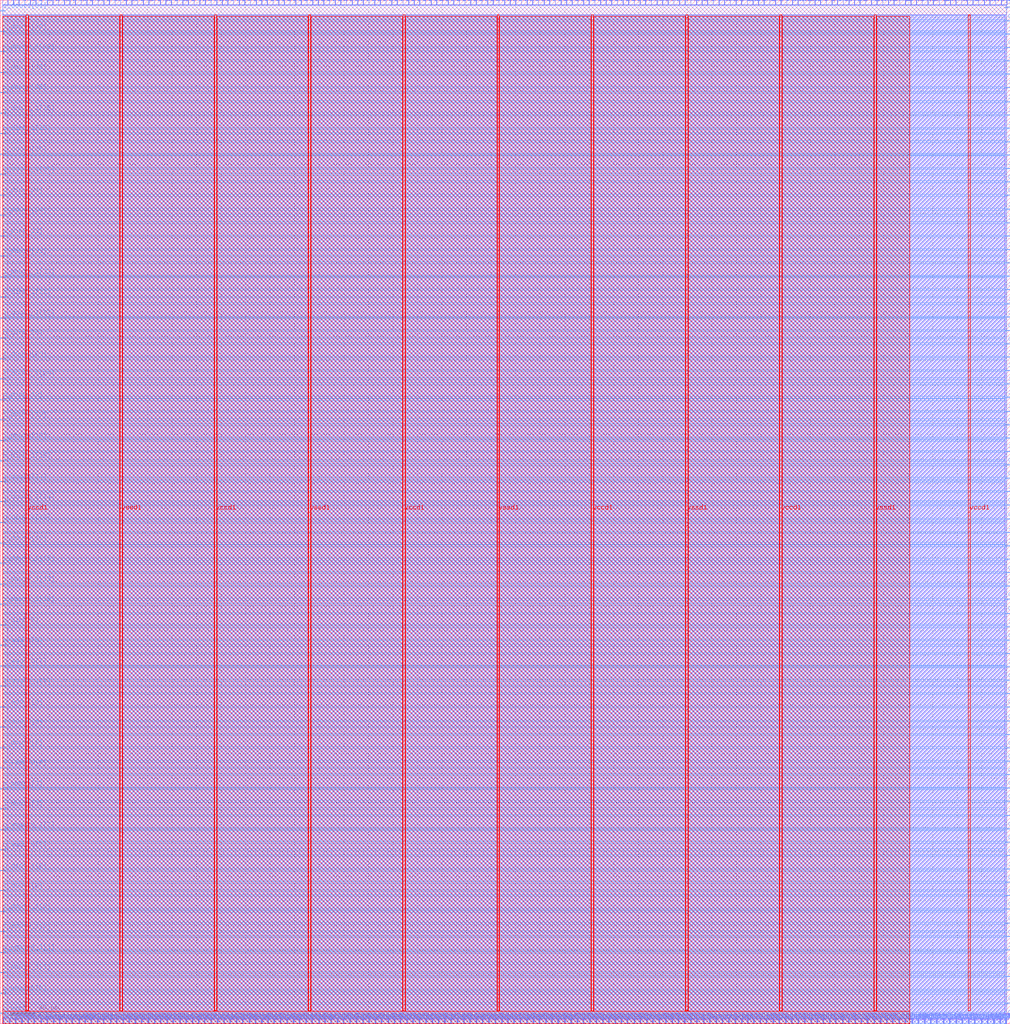
<source format=lef>
VERSION 5.7 ;
  NOWIREEXTENSIONATPIN ON ;
  DIVIDERCHAR "/" ;
  BUSBITCHARS "[]" ;
MACRO user_proj
  CLASS BLOCK ;
  FOREIGN user_proj ;
  ORIGIN 0.000 0.000 ;
  SIZE 823.065 BY 833.785 ;
  PIN i_dout0[0]
    DIRECTION INPUT ;
    USE SIGNAL ;
    PORT
      LAYER met2 ;
        RECT 535.070 829.785 535.350 833.785 ;
    END
  END i_dout0[0]
  PIN i_dout0[10]
    DIRECTION INPUT ;
    USE SIGNAL ;
    PORT
      LAYER met2 ;
        RECT 654.670 829.785 654.950 833.785 ;
    END
  END i_dout0[10]
  PIN i_dout0[11]
    DIRECTION INPUT ;
    USE SIGNAL ;
    PORT
      LAYER met2 ;
        RECT 706.650 0.000 706.930 4.000 ;
    END
  END i_dout0[11]
  PIN i_dout0[12]
    DIRECTION INPUT ;
    USE SIGNAL ;
    PORT
      LAYER met2 ;
        RECT 691.470 829.785 691.750 833.785 ;
    END
  END i_dout0[12]
  PIN i_dout0[13]
    DIRECTION INPUT ;
    USE SIGNAL ;
    PORT
      LAYER met3 ;
        RECT 0.000 391.040 4.000 391.640 ;
    END
  END i_dout0[13]
  PIN i_dout0[14]
    DIRECTION INPUT ;
    USE SIGNAL ;
    PORT
      LAYER met3 ;
        RECT 0.000 441.360 4.000 441.960 ;
    END
  END i_dout0[14]
  PIN i_dout0[15]
    DIRECTION INPUT ;
    USE SIGNAL ;
    PORT
      LAYER met2 ;
        RECT 727.350 0.000 727.630 4.000 ;
    END
  END i_dout0[15]
  PIN i_dout0[16]
    DIRECTION INPUT ;
    USE SIGNAL ;
    PORT
      LAYER met3 ;
        RECT 0.000 474.680 4.000 475.280 ;
    END
  END i_dout0[16]
  PIN i_dout0[17]
    DIRECTION INPUT ;
    USE SIGNAL ;
    PORT
      LAYER met2 ;
        RECT 748.050 0.000 748.330 4.000 ;
    END
  END i_dout0[17]
  PIN i_dout0[18]
    DIRECTION INPUT ;
    USE SIGNAL ;
    PORT
      LAYER met2 ;
        RECT 723.670 829.785 723.950 833.785 ;
    END
  END i_dout0[18]
  PIN i_dout0[19]
    DIRECTION INPUT ;
    USE SIGNAL ;
    PORT
      LAYER met3 ;
        RECT 819.065 586.200 823.065 586.800 ;
    END
  END i_dout0[19]
  PIN i_dout0[1]
    DIRECTION INPUT ;
    USE SIGNAL ;
    PORT
      LAYER met3 ;
        RECT 819.065 59.880 823.065 60.480 ;
    END
  END i_dout0[1]
  PIN i_dout0[20]
    DIRECTION INPUT ;
    USE SIGNAL ;
    PORT
      LAYER met3 ;
        RECT 0.000 541.320 4.000 541.920 ;
    END
  END i_dout0[20]
  PIN i_dout0[21]
    DIRECTION INPUT ;
    USE SIGNAL ;
    PORT
      LAYER met3 ;
        RECT 819.065 641.280 823.065 641.880 ;
    END
  END i_dout0[21]
  PIN i_dout0[22]
    DIRECTION INPUT ;
    USE SIGNAL ;
    PORT
      LAYER met3 ;
        RECT 819.065 663.040 823.065 663.640 ;
    END
  END i_dout0[22]
  PIN i_dout0[23]
    DIRECTION INPUT ;
    USE SIGNAL ;
    PORT
      LAYER met3 ;
        RECT 0.000 624.960 4.000 625.560 ;
    END
  END i_dout0[23]
  PIN i_dout0[24]
    DIRECTION INPUT ;
    USE SIGNAL ;
    PORT
      LAYER met2 ;
        RECT 760.470 829.785 760.750 833.785 ;
    END
  END i_dout0[24]
  PIN i_dout0[25]
    DIRECTION INPUT ;
    USE SIGNAL ;
    PORT
      LAYER met3 ;
        RECT 0.000 707.920 4.000 708.520 ;
    END
  END i_dout0[25]
  PIN i_dout0[26]
    DIRECTION INPUT ;
    USE SIGNAL ;
    PORT
      LAYER met3 ;
        RECT 0.000 758.240 4.000 758.840 ;
    END
  END i_dout0[26]
  PIN i_dout0[27]
    DIRECTION INPUT ;
    USE SIGNAL ;
    PORT
      LAYER met2 ;
        RECT 778.870 829.785 779.150 833.785 ;
    END
  END i_dout0[27]
  PIN i_dout0[28]
    DIRECTION INPUT ;
    USE SIGNAL ;
    PORT
      LAYER met2 ;
        RECT 792.670 829.785 792.950 833.785 ;
    END
  END i_dout0[28]
  PIN i_dout0[29]
    DIRECTION INPUT ;
    USE SIGNAL ;
    PORT
      LAYER met3 ;
        RECT 819.065 773.200 823.065 773.800 ;
    END
  END i_dout0[29]
  PIN i_dout0[2]
    DIRECTION INPUT ;
    USE SIGNAL ;
    PORT
      LAYER met3 ;
        RECT 819.065 125.840 823.065 126.440 ;
    END
  END i_dout0[2]
  PIN i_dout0[30]
    DIRECTION INPUT ;
    USE SIGNAL ;
    PORT
      LAYER met2 ;
        RECT 806.470 829.785 806.750 833.785 ;
    END
  END i_dout0[30]
  PIN i_dout0[31]
    DIRECTION INPUT ;
    USE SIGNAL ;
    PORT
      LAYER met2 ;
        RECT 820.270 829.785 820.550 833.785 ;
    END
  END i_dout0[31]
  PIN i_dout0[3]
    DIRECTION INPUT ;
    USE SIGNAL ;
    PORT
      LAYER met2 ;
        RECT 567.270 829.785 567.550 833.785 ;
    END
  END i_dout0[3]
  PIN i_dout0[4]
    DIRECTION INPUT ;
    USE SIGNAL ;
    PORT
      LAYER met2 ;
        RECT 590.270 829.785 590.550 833.785 ;
    END
  END i_dout0[4]
  PIN i_dout0[5]
    DIRECTION INPUT ;
    USE SIGNAL ;
    PORT
      LAYER met3 ;
        RECT 0.000 224.440 4.000 225.040 ;
    END
  END i_dout0[5]
  PIN i_dout0[6]
    DIRECTION INPUT ;
    USE SIGNAL ;
    PORT
      LAYER met3 ;
        RECT 0.000 241.440 4.000 242.040 ;
    END
  END i_dout0[6]
  PIN i_dout0[7]
    DIRECTION INPUT ;
    USE SIGNAL ;
    PORT
      LAYER met3 ;
        RECT 819.065 323.040 823.065 323.640 ;
    END
  END i_dout0[7]
  PIN i_dout0[8]
    DIRECTION INPUT ;
    USE SIGNAL ;
    PORT
      LAYER met2 ;
        RECT 631.670 829.785 631.950 833.785 ;
    END
  END i_dout0[8]
  PIN i_dout0[9]
    DIRECTION INPUT ;
    USE SIGNAL ;
    PORT
      LAYER met2 ;
        RECT 696.530 0.000 696.810 4.000 ;
    END
  END i_dout0[9]
  PIN i_dout0_1[0]
    DIRECTION INPUT ;
    USE SIGNAL ;
    PORT
      LAYER met2 ;
        RECT 567.730 0.000 568.010 4.000 ;
    END
  END i_dout0_1[0]
  PIN i_dout0_1[10]
    DIRECTION INPUT ;
    USE SIGNAL ;
    PORT
      LAYER met3 ;
        RECT 819.065 378.120 823.065 378.720 ;
    END
  END i_dout0_1[10]
  PIN i_dout0_1[11]
    DIRECTION INPUT ;
    USE SIGNAL ;
    PORT
      LAYER met2 ;
        RECT 673.070 829.785 673.350 833.785 ;
    END
  END i_dout0_1[11]
  PIN i_dout0_1[12]
    DIRECTION INPUT ;
    USE SIGNAL ;
    PORT
      LAYER met2 ;
        RECT 686.870 829.785 687.150 833.785 ;
    END
  END i_dout0_1[12]
  PIN i_dout0_1[13]
    DIRECTION INPUT ;
    USE SIGNAL ;
    PORT
      LAYER met3 ;
        RECT 0.000 357.720 4.000 358.320 ;
    END
  END i_dout0_1[13]
  PIN i_dout0_1[14]
    DIRECTION INPUT ;
    USE SIGNAL ;
    PORT
      LAYER met3 ;
        RECT 0.000 425.040 4.000 425.640 ;
    END
  END i_dout0_1[14]
  PIN i_dout0_1[15]
    DIRECTION INPUT ;
    USE SIGNAL ;
    PORT
      LAYER met2 ;
        RECT 722.290 0.000 722.570 4.000 ;
    END
  END i_dout0_1[15]
  PIN i_dout0_1[16]
    DIRECTION INPUT ;
    USE SIGNAL ;
    PORT
      LAYER met2 ;
        RECT 732.410 0.000 732.690 4.000 ;
    END
  END i_dout0_1[16]
  PIN i_dout0_1[17]
    DIRECTION INPUT ;
    USE SIGNAL ;
    PORT
      LAYER met2 ;
        RECT 742.990 0.000 743.270 4.000 ;
    END
  END i_dout0_1[17]
  PIN i_dout0_1[18]
    DIRECTION INPUT ;
    USE SIGNAL ;
    PORT
      LAYER met3 ;
        RECT 819.065 531.800 823.065 532.400 ;
    END
  END i_dout0_1[18]
  PIN i_dout0_1[19]
    DIRECTION INPUT ;
    USE SIGNAL ;
    PORT
      LAYER met3 ;
        RECT 819.065 575.320 823.065 575.920 ;
    END
  END i_dout0_1[19]
  PIN i_dout0_1[1]
    DIRECTION INPUT ;
    USE SIGNAL ;
    PORT
      LAYER met2 ;
        RECT 599.010 0.000 599.290 4.000 ;
    END
  END i_dout0_1[1]
  PIN i_dout0_1[20]
    DIRECTION INPUT ;
    USE SIGNAL ;
    PORT
      LAYER met3 ;
        RECT 819.065 597.760 823.065 598.360 ;
    END
  END i_dout0_1[20]
  PIN i_dout0_1[21]
    DIRECTION INPUT ;
    USE SIGNAL ;
    PORT
      LAYER met3 ;
        RECT 819.065 619.520 823.065 620.120 ;
    END
  END i_dout0_1[21]
  PIN i_dout0_1[22]
    DIRECTION INPUT ;
    USE SIGNAL ;
    PORT
      LAYER met2 ;
        RECT 746.670 829.785 746.950 833.785 ;
    END
  END i_dout0_1[22]
  PIN i_dout0_1[23]
    DIRECTION INPUT ;
    USE SIGNAL ;
    PORT
      LAYER met2 ;
        RECT 773.810 0.000 774.090 4.000 ;
    END
  END i_dout0_1[23]
  PIN i_dout0_1[24]
    DIRECTION INPUT ;
    USE SIGNAL ;
    PORT
      LAYER met3 ;
        RECT 819.065 696.360 823.065 696.960 ;
    END
  END i_dout0_1[24]
  PIN i_dout0_1[25]
    DIRECTION INPUT ;
    USE SIGNAL ;
    PORT
      LAYER met2 ;
        RECT 765.070 829.785 765.350 833.785 ;
    END
  END i_dout0_1[25]
  PIN i_dout0_1[26]
    DIRECTION INPUT ;
    USE SIGNAL ;
    PORT
      LAYER met2 ;
        RECT 769.670 829.785 769.950 833.785 ;
    END
  END i_dout0_1[26]
  PIN i_dout0_1[27]
    DIRECTION INPUT ;
    USE SIGNAL ;
    PORT
      LAYER met3 ;
        RECT 819.065 729.000 823.065 729.600 ;
    END
  END i_dout0_1[27]
  PIN i_dout0_1[28]
    DIRECTION INPUT ;
    USE SIGNAL ;
    PORT
      LAYER met3 ;
        RECT 819.065 739.880 823.065 740.480 ;
    END
  END i_dout0_1[28]
  PIN i_dout0_1[29]
    DIRECTION INPUT ;
    USE SIGNAL ;
    PORT
      LAYER met3 ;
        RECT 819.065 750.760 823.065 751.360 ;
    END
  END i_dout0_1[29]
  PIN i_dout0_1[2]
    DIRECTION INPUT ;
    USE SIGNAL ;
    PORT
      LAYER met3 ;
        RECT 0.000 74.840 4.000 75.440 ;
    END
  END i_dout0_1[2]
  PIN i_dout0_1[30]
    DIRECTION INPUT ;
    USE SIGNAL ;
    PORT
      LAYER met3 ;
        RECT 0.000 791.560 4.000 792.160 ;
    END
  END i_dout0_1[30]
  PIN i_dout0_1[31]
    DIRECTION INPUT ;
    USE SIGNAL ;
    PORT
      LAYER met2 ;
        RECT 815.670 829.785 815.950 833.785 ;
    END
  END i_dout0_1[31]
  PIN i_dout0_1[3]
    DIRECTION INPUT ;
    USE SIGNAL ;
    PORT
      LAYER met2 ;
        RECT 562.670 829.785 562.950 833.785 ;
    END
  END i_dout0_1[3]
  PIN i_dout0_1[4]
    DIRECTION INPUT ;
    USE SIGNAL ;
    PORT
      LAYER met2 ;
        RECT 581.070 829.785 581.350 833.785 ;
    END
  END i_dout0_1[4]
  PIN i_dout0_1[5]
    DIRECTION INPUT ;
    USE SIGNAL ;
    PORT
      LAYER met3 ;
        RECT 819.065 235.320 823.065 235.920 ;
    END
  END i_dout0_1[5]
  PIN i_dout0_1[6]
    DIRECTION INPUT ;
    USE SIGNAL ;
    PORT
      LAYER met3 ;
        RECT 819.065 290.400 823.065 291.000 ;
    END
  END i_dout0_1[6]
  PIN i_dout0_1[7]
    DIRECTION INPUT ;
    USE SIGNAL ;
    PORT
      LAYER met3 ;
        RECT 0.000 274.760 4.000 275.360 ;
    END
  END i_dout0_1[7]
  PIN i_dout0_1[8]
    DIRECTION INPUT ;
    USE SIGNAL ;
    PORT
      LAYER met2 ;
        RECT 675.830 0.000 676.110 4.000 ;
    END
  END i_dout0_1[8]
  PIN i_dout0_1[9]
    DIRECTION INPUT ;
    USE SIGNAL ;
    PORT
      LAYER met2 ;
        RECT 691.470 0.000 691.750 4.000 ;
    END
  END i_dout0_1[9]
  PIN i_dout1[0]
    DIRECTION INPUT ;
    USE SIGNAL ;
    PORT
      LAYER met3 ;
        RECT 819.065 38.120 823.065 38.720 ;
    END
  END i_dout1[0]
  PIN i_dout1[10]
    DIRECTION INPUT ;
    USE SIGNAL ;
    PORT
      LAYER met2 ;
        RECT 659.270 829.785 659.550 833.785 ;
    END
  END i_dout1[10]
  PIN i_dout1[11]
    DIRECTION INPUT ;
    USE SIGNAL ;
    PORT
      LAYER met3 ;
        RECT 819.065 399.880 823.065 400.480 ;
    END
  END i_dout1[11]
  PIN i_dout1[12]
    DIRECTION INPUT ;
    USE SIGNAL ;
    PORT
      LAYER met2 ;
        RECT 696.070 829.785 696.350 833.785 ;
    END
  END i_dout1[12]
  PIN i_dout1[13]
    DIRECTION INPUT ;
    USE SIGNAL ;
    PORT
      LAYER met2 ;
        RECT 705.270 829.785 705.550 833.785 ;
    END
  END i_dout1[13]
  PIN i_dout1[14]
    DIRECTION INPUT ;
    USE SIGNAL ;
    PORT
      LAYER met2 ;
        RECT 717.230 0.000 717.510 4.000 ;
    END
  END i_dout1[14]
  PIN i_dout1[15]
    DIRECTION INPUT ;
    USE SIGNAL ;
    PORT
      LAYER met3 ;
        RECT 819.065 476.720 823.065 477.320 ;
    END
  END i_dout1[15]
  PIN i_dout1[16]
    DIRECTION INPUT ;
    USE SIGNAL ;
    PORT
      LAYER met3 ;
        RECT 819.065 498.480 823.065 499.080 ;
    END
  END i_dout1[16]
  PIN i_dout1[17]
    DIRECTION INPUT ;
    USE SIGNAL ;
    PORT
      LAYER met3 ;
        RECT 819.065 520.920 823.065 521.520 ;
    END
  END i_dout1[17]
  PIN i_dout1[18]
    DIRECTION INPUT ;
    USE SIGNAL ;
    PORT
      LAYER met2 ;
        RECT 758.170 0.000 758.450 4.000 ;
    END
  END i_dout1[18]
  PIN i_dout1[19]
    DIRECTION INPUT ;
    USE SIGNAL ;
    PORT
      LAYER met3 ;
        RECT 0.000 491.680 4.000 492.280 ;
    END
  END i_dout1[19]
  PIN i_dout1[1]
    DIRECTION INPUT ;
    USE SIGNAL ;
    PORT
      LAYER met2 ;
        RECT 544.270 829.785 544.550 833.785 ;
    END
  END i_dout1[1]
  PIN i_dout1[20]
    DIRECTION INPUT ;
    USE SIGNAL ;
    PORT
      LAYER met2 ;
        RECT 737.470 829.785 737.750 833.785 ;
    END
  END i_dout1[20]
  PIN i_dout1[21]
    DIRECTION INPUT ;
    USE SIGNAL ;
    PORT
      LAYER met3 ;
        RECT 819.065 652.160 823.065 652.760 ;
    END
  END i_dout1[21]
  PIN i_dout1[22]
    DIRECTION INPUT ;
    USE SIGNAL ;
    PORT
      LAYER met2 ;
        RECT 768.750 0.000 769.030 4.000 ;
    END
  END i_dout1[22]
  PIN i_dout1[23]
    DIRECTION INPUT ;
    USE SIGNAL ;
    PORT
      LAYER met2 ;
        RECT 751.270 829.785 751.550 833.785 ;
    END
  END i_dout1[23]
  PIN i_dout1[24]
    DIRECTION INPUT ;
    USE SIGNAL ;
    PORT
      LAYER met3 ;
        RECT 0.000 658.280 4.000 658.880 ;
    END
  END i_dout1[24]
  PIN i_dout1[25]
    DIRECTION INPUT ;
    USE SIGNAL ;
    PORT
      LAYER met3 ;
        RECT 819.065 707.240 823.065 707.840 ;
    END
  END i_dout1[25]
  PIN i_dout1[26]
    DIRECTION INPUT ;
    USE SIGNAL ;
    PORT
      LAYER met3 ;
        RECT 0.000 774.560 4.000 775.160 ;
    END
  END i_dout1[26]
  PIN i_dout1[27]
    DIRECTION INPUT ;
    USE SIGNAL ;
    PORT
      LAYER met2 ;
        RECT 783.470 829.785 783.750 833.785 ;
    END
  END i_dout1[27]
  PIN i_dout1[28]
    DIRECTION INPUT ;
    USE SIGNAL ;
    PORT
      LAYER met2 ;
        RECT 797.270 829.785 797.550 833.785 ;
    END
  END i_dout1[28]
  PIN i_dout1[29]
    DIRECTION INPUT ;
    USE SIGNAL ;
    PORT
      LAYER met3 ;
        RECT 819.065 784.080 823.065 784.680 ;
    END
  END i_dout1[29]
  PIN i_dout1[2]
    DIRECTION INPUT ;
    USE SIGNAL ;
    PORT
      LAYER met3 ;
        RECT 0.000 108.160 4.000 108.760 ;
    END
  END i_dout1[2]
  PIN i_dout1[30]
    DIRECTION INPUT ;
    USE SIGNAL ;
    PORT
      LAYER met3 ;
        RECT 0.000 807.880 4.000 808.480 ;
    END
  END i_dout1[30]
  PIN i_dout1[31]
    DIRECTION INPUT ;
    USE SIGNAL ;
    PORT
      LAYER met3 ;
        RECT 0.000 824.880 4.000 825.480 ;
    END
  END i_dout1[31]
  PIN i_dout1[3]
    DIRECTION INPUT ;
    USE SIGNAL ;
    PORT
      LAYER met3 ;
        RECT 0.000 174.800 4.000 175.400 ;
    END
  END i_dout1[3]
  PIN i_dout1[4]
    DIRECTION INPUT ;
    USE SIGNAL ;
    PORT
      LAYER met2 ;
        RECT 619.250 0.000 619.530 4.000 ;
    END
  END i_dout1[4]
  PIN i_dout1[5]
    DIRECTION INPUT ;
    USE SIGNAL ;
    PORT
      LAYER met2 ;
        RECT 634.890 0.000 635.170 4.000 ;
    END
  END i_dout1[5]
  PIN i_dout1[6]
    DIRECTION INPUT ;
    USE SIGNAL ;
    PORT
      LAYER met2 ;
        RECT 650.070 0.000 650.350 4.000 ;
    END
  END i_dout1[6]
  PIN i_dout1[7]
    DIRECTION INPUT ;
    USE SIGNAL ;
    PORT
      LAYER met2 ;
        RECT 655.590 0.000 655.870 4.000 ;
    END
  END i_dout1[7]
  PIN i_dout1[8]
    DIRECTION INPUT ;
    USE SIGNAL ;
    PORT
      LAYER met2 ;
        RECT 636.270 829.785 636.550 833.785 ;
    END
  END i_dout1[8]
  PIN i_dout1[9]
    DIRECTION INPUT ;
    USE SIGNAL ;
    PORT
      LAYER met2 ;
        RECT 701.590 0.000 701.870 4.000 ;
    END
  END i_dout1[9]
  PIN i_dout1_1[0]
    DIRECTION INPUT ;
    USE SIGNAL ;
    PORT
      LAYER met3 ;
        RECT 819.065 27.240 823.065 27.840 ;
    END
  END i_dout1_1[0]
  PIN i_dout1_1[10]
    DIRECTION INPUT ;
    USE SIGNAL ;
    PORT
      LAYER met3 ;
        RECT 0.000 341.400 4.000 342.000 ;
    END
  END i_dout1_1[10]
  PIN i_dout1_1[11]
    DIRECTION INPUT ;
    USE SIGNAL ;
    PORT
      LAYER met3 ;
        RECT 819.065 389.000 823.065 389.600 ;
    END
  END i_dout1_1[11]
  PIN i_dout1_1[12]
    DIRECTION INPUT ;
    USE SIGNAL ;
    PORT
      LAYER met2 ;
        RECT 712.170 0.000 712.450 4.000 ;
    END
  END i_dout1_1[12]
  PIN i_dout1_1[13]
    DIRECTION INPUT ;
    USE SIGNAL ;
    PORT
      LAYER met3 ;
        RECT 0.000 374.720 4.000 375.320 ;
    END
  END i_dout1_1[13]
  PIN i_dout1_1[14]
    DIRECTION INPUT ;
    USE SIGNAL ;
    PORT
      LAYER met3 ;
        RECT 819.065 433.200 823.065 433.800 ;
    END
  END i_dout1_1[14]
  PIN i_dout1_1[15]
    DIRECTION INPUT ;
    USE SIGNAL ;
    PORT
      LAYER met3 ;
        RECT 819.065 465.840 823.065 466.440 ;
    END
  END i_dout1_1[15]
  PIN i_dout1_1[16]
    DIRECTION INPUT ;
    USE SIGNAL ;
    PORT
      LAYER met2 ;
        RECT 709.870 829.785 710.150 833.785 ;
    END
  END i_dout1_1[16]
  PIN i_dout1_1[17]
    DIRECTION INPUT ;
    USE SIGNAL ;
    PORT
      LAYER met3 ;
        RECT 819.065 510.040 823.065 510.640 ;
    END
  END i_dout1_1[17]
  PIN i_dout1_1[18]
    DIRECTION INPUT ;
    USE SIGNAL ;
    PORT
      LAYER met3 ;
        RECT 819.065 542.680 823.065 543.280 ;
    END
  END i_dout1_1[18]
  PIN i_dout1_1[19]
    DIRECTION INPUT ;
    USE SIGNAL ;
    PORT
      LAYER met2 ;
        RECT 728.270 829.785 728.550 833.785 ;
    END
  END i_dout1_1[19]
  PIN i_dout1_1[1]
    DIRECTION INPUT ;
    USE SIGNAL ;
    PORT
      LAYER met3 ;
        RECT 0.000 41.520 4.000 42.120 ;
    END
  END i_dout1_1[1]
  PIN i_dout1_1[20]
    DIRECTION INPUT ;
    USE SIGNAL ;
    PORT
      LAYER met3 ;
        RECT 0.000 525.000 4.000 525.600 ;
    END
  END i_dout1_1[20]
  PIN i_dout1_1[21]
    DIRECTION INPUT ;
    USE SIGNAL ;
    PORT
      LAYER met3 ;
        RECT 819.065 630.400 823.065 631.000 ;
    END
  END i_dout1_1[21]
  PIN i_dout1_1[22]
    DIRECTION INPUT ;
    USE SIGNAL ;
    PORT
      LAYER met3 ;
        RECT 0.000 574.640 4.000 575.240 ;
    END
  END i_dout1_1[22]
  PIN i_dout1_1[23]
    DIRECTION INPUT ;
    USE SIGNAL ;
    PORT
      LAYER met3 ;
        RECT 0.000 607.960 4.000 608.560 ;
    END
  END i_dout1_1[23]
  PIN i_dout1_1[24]
    DIRECTION INPUT ;
    USE SIGNAL ;
    PORT
      LAYER met2 ;
        RECT 755.870 829.785 756.150 833.785 ;
    END
  END i_dout1_1[24]
  PIN i_dout1_1[25]
    DIRECTION INPUT ;
    USE SIGNAL ;
    PORT
      LAYER met3 ;
        RECT 0.000 691.600 4.000 692.200 ;
    END
  END i_dout1_1[25]
  PIN i_dout1_1[26]
    DIRECTION INPUT ;
    USE SIGNAL ;
    PORT
      LAYER met3 ;
        RECT 0.000 741.240 4.000 741.840 ;
    END
  END i_dout1_1[26]
  PIN i_dout1_1[27]
    DIRECTION INPUT ;
    USE SIGNAL ;
    PORT
      LAYER met2 ;
        RECT 788.990 0.000 789.270 4.000 ;
    END
  END i_dout1_1[27]
  PIN i_dout1_1[28]
    DIRECTION INPUT ;
    USE SIGNAL ;
    PORT
      LAYER met2 ;
        RECT 799.570 0.000 799.850 4.000 ;
    END
  END i_dout1_1[28]
  PIN i_dout1_1[29]
    DIRECTION INPUT ;
    USE SIGNAL ;
    PORT
      LAYER met3 ;
        RECT 819.065 762.320 823.065 762.920 ;
    END
  END i_dout1_1[29]
  PIN i_dout1_1[2]
    DIRECTION INPUT ;
    USE SIGNAL ;
    PORT
      LAYER met3 ;
        RECT 0.000 91.160 4.000 91.760 ;
    END
  END i_dout1_1[2]
  PIN i_dout1_1[30]
    DIRECTION INPUT ;
    USE SIGNAL ;
    PORT
      LAYER met3 ;
        RECT 819.065 805.840 823.065 806.440 ;
    END
  END i_dout1_1[30]
  PIN i_dout1_1[31]
    DIRECTION INPUT ;
    USE SIGNAL ;
    PORT
      LAYER met3 ;
        RECT 819.065 827.600 823.065 828.200 ;
    END
  END i_dout1_1[31]
  PIN i_dout1_1[3]
    DIRECTION INPUT ;
    USE SIGNAL ;
    PORT
      LAYER met3 ;
        RECT 819.065 169.360 823.065 169.960 ;
    END
  END i_dout1_1[3]
  PIN i_dout1_1[4]
    DIRECTION INPUT ;
    USE SIGNAL ;
    PORT
      LAYER met2 ;
        RECT 585.670 829.785 585.950 833.785 ;
    END
  END i_dout1_1[4]
  PIN i_dout1_1[5]
    DIRECTION INPUT ;
    USE SIGNAL ;
    PORT
      LAYER met2 ;
        RECT 599.470 829.785 599.750 833.785 ;
    END
  END i_dout1_1[5]
  PIN i_dout1_1[6]
    DIRECTION INPUT ;
    USE SIGNAL ;
    PORT
      LAYER met3 ;
        RECT 819.065 301.280 823.065 301.880 ;
    END
  END i_dout1_1[6]
  PIN i_dout1_1[7]
    DIRECTION INPUT ;
    USE SIGNAL ;
    PORT
      LAYER met2 ;
        RECT 622.470 829.785 622.750 833.785 ;
    END
  END i_dout1_1[7]
  PIN i_dout1_1[8]
    DIRECTION INPUT ;
    USE SIGNAL ;
    PORT
      LAYER met2 ;
        RECT 680.890 0.000 681.170 4.000 ;
    END
  END i_dout1_1[8]
  PIN i_dout1_1[9]
    DIRECTION INPUT ;
    USE SIGNAL ;
    PORT
      LAYER met3 ;
        RECT 819.065 356.360 823.065 356.960 ;
    END
  END i_dout1_1[9]
  PIN io_in[0]
    DIRECTION INPUT ;
    USE SIGNAL ;
    PORT
      LAYER met2 ;
        RECT 1.930 829.785 2.210 833.785 ;
    END
  END io_in[0]
  PIN io_in[10]
    DIRECTION INPUT ;
    USE SIGNAL ;
    PORT
      LAYER met2 ;
        RECT 139.470 829.785 139.750 833.785 ;
    END
  END io_in[10]
  PIN io_in[11]
    DIRECTION INPUT ;
    USE SIGNAL ;
    PORT
      LAYER met2 ;
        RECT 153.270 829.785 153.550 833.785 ;
    END
  END io_in[11]
  PIN io_in[12]
    DIRECTION INPUT ;
    USE SIGNAL ;
    PORT
      LAYER met2 ;
        RECT 167.070 829.785 167.350 833.785 ;
    END
  END io_in[12]
  PIN io_in[13]
    DIRECTION INPUT ;
    USE SIGNAL ;
    PORT
      LAYER met2 ;
        RECT 180.870 829.785 181.150 833.785 ;
    END
  END io_in[13]
  PIN io_in[14]
    DIRECTION INPUT ;
    USE SIGNAL ;
    PORT
      LAYER met2 ;
        RECT 194.670 829.785 194.950 833.785 ;
    END
  END io_in[14]
  PIN io_in[15]
    DIRECTION INPUT ;
    USE SIGNAL ;
    PORT
      LAYER met2 ;
        RECT 208.470 829.785 208.750 833.785 ;
    END
  END io_in[15]
  PIN io_in[16]
    DIRECTION INPUT ;
    USE SIGNAL ;
    PORT
      LAYER met2 ;
        RECT 222.270 829.785 222.550 833.785 ;
    END
  END io_in[16]
  PIN io_in[17]
    DIRECTION INPUT ;
    USE SIGNAL ;
    PORT
      LAYER met2 ;
        RECT 236.070 829.785 236.350 833.785 ;
    END
  END io_in[17]
  PIN io_in[18]
    DIRECTION INPUT ;
    USE SIGNAL ;
    PORT
      LAYER met2 ;
        RECT 249.870 829.785 250.150 833.785 ;
    END
  END io_in[18]
  PIN io_in[19]
    DIRECTION INPUT ;
    USE SIGNAL ;
    PORT
      LAYER met2 ;
        RECT 263.670 829.785 263.950 833.785 ;
    END
  END io_in[19]
  PIN io_in[1]
    DIRECTION INPUT ;
    USE SIGNAL ;
    PORT
      LAYER met2 ;
        RECT 15.270 829.785 15.550 833.785 ;
    END
  END io_in[1]
  PIN io_in[20]
    DIRECTION INPUT ;
    USE SIGNAL ;
    PORT
      LAYER met2 ;
        RECT 277.470 829.785 277.750 833.785 ;
    END
  END io_in[20]
  PIN io_in[21]
    DIRECTION INPUT ;
    USE SIGNAL ;
    PORT
      LAYER met2 ;
        RECT 291.270 829.785 291.550 833.785 ;
    END
  END io_in[21]
  PIN io_in[22]
    DIRECTION INPUT ;
    USE SIGNAL ;
    PORT
      LAYER met2 ;
        RECT 305.070 829.785 305.350 833.785 ;
    END
  END io_in[22]
  PIN io_in[23]
    DIRECTION INPUT ;
    USE SIGNAL ;
    PORT
      LAYER met2 ;
        RECT 318.870 829.785 319.150 833.785 ;
    END
  END io_in[23]
  PIN io_in[24]
    DIRECTION INPUT ;
    USE SIGNAL ;
    PORT
      LAYER met2 ;
        RECT 332.670 829.785 332.950 833.785 ;
    END
  END io_in[24]
  PIN io_in[25]
    DIRECTION INPUT ;
    USE SIGNAL ;
    PORT
      LAYER met2 ;
        RECT 346.470 829.785 346.750 833.785 ;
    END
  END io_in[25]
  PIN io_in[26]
    DIRECTION INPUT ;
    USE SIGNAL ;
    PORT
      LAYER met2 ;
        RECT 360.270 829.785 360.550 833.785 ;
    END
  END io_in[26]
  PIN io_in[27]
    DIRECTION INPUT ;
    USE SIGNAL ;
    PORT
      LAYER met2 ;
        RECT 374.070 829.785 374.350 833.785 ;
    END
  END io_in[27]
  PIN io_in[28]
    DIRECTION INPUT ;
    USE SIGNAL ;
    PORT
      LAYER met2 ;
        RECT 387.870 829.785 388.150 833.785 ;
    END
  END io_in[28]
  PIN io_in[29]
    DIRECTION INPUT ;
    USE SIGNAL ;
    PORT
      LAYER met2 ;
        RECT 401.670 829.785 401.950 833.785 ;
    END
  END io_in[29]
  PIN io_in[2]
    DIRECTION INPUT ;
    USE SIGNAL ;
    PORT
      LAYER met2 ;
        RECT 29.070 829.785 29.350 833.785 ;
    END
  END io_in[2]
  PIN io_in[30]
    DIRECTION INPUT ;
    USE SIGNAL ;
    PORT
      LAYER met2 ;
        RECT 415.470 829.785 415.750 833.785 ;
    END
  END io_in[30]
  PIN io_in[31]
    DIRECTION INPUT ;
    USE SIGNAL ;
    PORT
      LAYER met2 ;
        RECT 429.270 829.785 429.550 833.785 ;
    END
  END io_in[31]
  PIN io_in[32]
    DIRECTION INPUT ;
    USE SIGNAL ;
    PORT
      LAYER met2 ;
        RECT 443.070 829.785 443.350 833.785 ;
    END
  END io_in[32]
  PIN io_in[33]
    DIRECTION INPUT ;
    USE SIGNAL ;
    PORT
      LAYER met2 ;
        RECT 456.870 829.785 457.150 833.785 ;
    END
  END io_in[33]
  PIN io_in[34]
    DIRECTION INPUT ;
    USE SIGNAL ;
    PORT
      LAYER met2 ;
        RECT 470.670 829.785 470.950 833.785 ;
    END
  END io_in[34]
  PIN io_in[35]
    DIRECTION INPUT ;
    USE SIGNAL ;
    PORT
      LAYER met2 ;
        RECT 484.470 829.785 484.750 833.785 ;
    END
  END io_in[35]
  PIN io_in[36]
    DIRECTION INPUT ;
    USE SIGNAL ;
    PORT
      LAYER met2 ;
        RECT 498.270 829.785 498.550 833.785 ;
    END
  END io_in[36]
  PIN io_in[37]
    DIRECTION INPUT ;
    USE SIGNAL ;
    PORT
      LAYER met2 ;
        RECT 512.070 829.785 512.350 833.785 ;
    END
  END io_in[37]
  PIN io_in[3]
    DIRECTION INPUT ;
    USE SIGNAL ;
    PORT
      LAYER met2 ;
        RECT 42.870 829.785 43.150 833.785 ;
    END
  END io_in[3]
  PIN io_in[4]
    DIRECTION INPUT ;
    USE SIGNAL ;
    PORT
      LAYER met2 ;
        RECT 56.670 829.785 56.950 833.785 ;
    END
  END io_in[4]
  PIN io_in[5]
    DIRECTION INPUT ;
    USE SIGNAL ;
    PORT
      LAYER met2 ;
        RECT 70.470 829.785 70.750 833.785 ;
    END
  END io_in[5]
  PIN io_in[6]
    DIRECTION INPUT ;
    USE SIGNAL ;
    PORT
      LAYER met2 ;
        RECT 84.270 829.785 84.550 833.785 ;
    END
  END io_in[6]
  PIN io_in[7]
    DIRECTION INPUT ;
    USE SIGNAL ;
    PORT
      LAYER met2 ;
        RECT 98.070 829.785 98.350 833.785 ;
    END
  END io_in[7]
  PIN io_in[8]
    DIRECTION INPUT ;
    USE SIGNAL ;
    PORT
      LAYER met2 ;
        RECT 111.870 829.785 112.150 833.785 ;
    END
  END io_in[8]
  PIN io_in[9]
    DIRECTION INPUT ;
    USE SIGNAL ;
    PORT
      LAYER met2 ;
        RECT 125.670 829.785 125.950 833.785 ;
    END
  END io_in[9]
  PIN io_oeb[0]
    DIRECTION OUTPUT TRISTATE ;
    USE SIGNAL ;
    PORT
      LAYER met2 ;
        RECT 6.070 829.785 6.350 833.785 ;
    END
  END io_oeb[0]
  PIN io_oeb[10]
    DIRECTION OUTPUT TRISTATE ;
    USE SIGNAL ;
    PORT
      LAYER met2 ;
        RECT 144.070 829.785 144.350 833.785 ;
    END
  END io_oeb[10]
  PIN io_oeb[11]
    DIRECTION OUTPUT TRISTATE ;
    USE SIGNAL ;
    PORT
      LAYER met2 ;
        RECT 157.870 829.785 158.150 833.785 ;
    END
  END io_oeb[11]
  PIN io_oeb[12]
    DIRECTION OUTPUT TRISTATE ;
    USE SIGNAL ;
    PORT
      LAYER met2 ;
        RECT 171.670 829.785 171.950 833.785 ;
    END
  END io_oeb[12]
  PIN io_oeb[13]
    DIRECTION OUTPUT TRISTATE ;
    USE SIGNAL ;
    PORT
      LAYER met2 ;
        RECT 185.470 829.785 185.750 833.785 ;
    END
  END io_oeb[13]
  PIN io_oeb[14]
    DIRECTION OUTPUT TRISTATE ;
    USE SIGNAL ;
    PORT
      LAYER met2 ;
        RECT 199.270 829.785 199.550 833.785 ;
    END
  END io_oeb[14]
  PIN io_oeb[15]
    DIRECTION OUTPUT TRISTATE ;
    USE SIGNAL ;
    PORT
      LAYER met2 ;
        RECT 213.070 829.785 213.350 833.785 ;
    END
  END io_oeb[15]
  PIN io_oeb[16]
    DIRECTION OUTPUT TRISTATE ;
    USE SIGNAL ;
    PORT
      LAYER met2 ;
        RECT 226.870 829.785 227.150 833.785 ;
    END
  END io_oeb[16]
  PIN io_oeb[17]
    DIRECTION OUTPUT TRISTATE ;
    USE SIGNAL ;
    PORT
      LAYER met2 ;
        RECT 240.670 829.785 240.950 833.785 ;
    END
  END io_oeb[17]
  PIN io_oeb[18]
    DIRECTION OUTPUT TRISTATE ;
    USE SIGNAL ;
    PORT
      LAYER met2 ;
        RECT 254.470 829.785 254.750 833.785 ;
    END
  END io_oeb[18]
  PIN io_oeb[19]
    DIRECTION OUTPUT TRISTATE ;
    USE SIGNAL ;
    PORT
      LAYER met2 ;
        RECT 268.270 829.785 268.550 833.785 ;
    END
  END io_oeb[19]
  PIN io_oeb[1]
    DIRECTION OUTPUT TRISTATE ;
    USE SIGNAL ;
    PORT
      LAYER met2 ;
        RECT 19.870 829.785 20.150 833.785 ;
    END
  END io_oeb[1]
  PIN io_oeb[20]
    DIRECTION OUTPUT TRISTATE ;
    USE SIGNAL ;
    PORT
      LAYER met2 ;
        RECT 282.070 829.785 282.350 833.785 ;
    END
  END io_oeb[20]
  PIN io_oeb[21]
    DIRECTION OUTPUT TRISTATE ;
    USE SIGNAL ;
    PORT
      LAYER met2 ;
        RECT 295.870 829.785 296.150 833.785 ;
    END
  END io_oeb[21]
  PIN io_oeb[22]
    DIRECTION OUTPUT TRISTATE ;
    USE SIGNAL ;
    PORT
      LAYER met2 ;
        RECT 309.670 829.785 309.950 833.785 ;
    END
  END io_oeb[22]
  PIN io_oeb[23]
    DIRECTION OUTPUT TRISTATE ;
    USE SIGNAL ;
    PORT
      LAYER met2 ;
        RECT 323.470 829.785 323.750 833.785 ;
    END
  END io_oeb[23]
  PIN io_oeb[24]
    DIRECTION OUTPUT TRISTATE ;
    USE SIGNAL ;
    PORT
      LAYER met2 ;
        RECT 337.270 829.785 337.550 833.785 ;
    END
  END io_oeb[24]
  PIN io_oeb[25]
    DIRECTION OUTPUT TRISTATE ;
    USE SIGNAL ;
    PORT
      LAYER met2 ;
        RECT 351.070 829.785 351.350 833.785 ;
    END
  END io_oeb[25]
  PIN io_oeb[26]
    DIRECTION OUTPUT TRISTATE ;
    USE SIGNAL ;
    PORT
      LAYER met2 ;
        RECT 364.870 829.785 365.150 833.785 ;
    END
  END io_oeb[26]
  PIN io_oeb[27]
    DIRECTION OUTPUT TRISTATE ;
    USE SIGNAL ;
    PORT
      LAYER met2 ;
        RECT 378.670 829.785 378.950 833.785 ;
    END
  END io_oeb[27]
  PIN io_oeb[28]
    DIRECTION OUTPUT TRISTATE ;
    USE SIGNAL ;
    PORT
      LAYER met2 ;
        RECT 392.470 829.785 392.750 833.785 ;
    END
  END io_oeb[28]
  PIN io_oeb[29]
    DIRECTION OUTPUT TRISTATE ;
    USE SIGNAL ;
    PORT
      LAYER met2 ;
        RECT 406.270 829.785 406.550 833.785 ;
    END
  END io_oeb[29]
  PIN io_oeb[2]
    DIRECTION OUTPUT TRISTATE ;
    USE SIGNAL ;
    PORT
      LAYER met2 ;
        RECT 33.670 829.785 33.950 833.785 ;
    END
  END io_oeb[2]
  PIN io_oeb[30]
    DIRECTION OUTPUT TRISTATE ;
    USE SIGNAL ;
    PORT
      LAYER met2 ;
        RECT 420.070 829.785 420.350 833.785 ;
    END
  END io_oeb[30]
  PIN io_oeb[31]
    DIRECTION OUTPUT TRISTATE ;
    USE SIGNAL ;
    PORT
      LAYER met2 ;
        RECT 433.870 829.785 434.150 833.785 ;
    END
  END io_oeb[31]
  PIN io_oeb[32]
    DIRECTION OUTPUT TRISTATE ;
    USE SIGNAL ;
    PORT
      LAYER met2 ;
        RECT 447.670 829.785 447.950 833.785 ;
    END
  END io_oeb[32]
  PIN io_oeb[33]
    DIRECTION OUTPUT TRISTATE ;
    USE SIGNAL ;
    PORT
      LAYER met2 ;
        RECT 461.470 829.785 461.750 833.785 ;
    END
  END io_oeb[33]
  PIN io_oeb[34]
    DIRECTION OUTPUT TRISTATE ;
    USE SIGNAL ;
    PORT
      LAYER met2 ;
        RECT 475.270 829.785 475.550 833.785 ;
    END
  END io_oeb[34]
  PIN io_oeb[35]
    DIRECTION OUTPUT TRISTATE ;
    USE SIGNAL ;
    PORT
      LAYER met2 ;
        RECT 489.070 829.785 489.350 833.785 ;
    END
  END io_oeb[35]
  PIN io_oeb[36]
    DIRECTION OUTPUT TRISTATE ;
    USE SIGNAL ;
    PORT
      LAYER met2 ;
        RECT 502.870 829.785 503.150 833.785 ;
    END
  END io_oeb[36]
  PIN io_oeb[37]
    DIRECTION OUTPUT TRISTATE ;
    USE SIGNAL ;
    PORT
      LAYER met2 ;
        RECT 516.670 829.785 516.950 833.785 ;
    END
  END io_oeb[37]
  PIN io_oeb[3]
    DIRECTION OUTPUT TRISTATE ;
    USE SIGNAL ;
    PORT
      LAYER met2 ;
        RECT 47.470 829.785 47.750 833.785 ;
    END
  END io_oeb[3]
  PIN io_oeb[4]
    DIRECTION OUTPUT TRISTATE ;
    USE SIGNAL ;
    PORT
      LAYER met2 ;
        RECT 61.270 829.785 61.550 833.785 ;
    END
  END io_oeb[4]
  PIN io_oeb[5]
    DIRECTION OUTPUT TRISTATE ;
    USE SIGNAL ;
    PORT
      LAYER met2 ;
        RECT 75.070 829.785 75.350 833.785 ;
    END
  END io_oeb[5]
  PIN io_oeb[6]
    DIRECTION OUTPUT TRISTATE ;
    USE SIGNAL ;
    PORT
      LAYER met2 ;
        RECT 88.870 829.785 89.150 833.785 ;
    END
  END io_oeb[6]
  PIN io_oeb[7]
    DIRECTION OUTPUT TRISTATE ;
    USE SIGNAL ;
    PORT
      LAYER met2 ;
        RECT 102.670 829.785 102.950 833.785 ;
    END
  END io_oeb[7]
  PIN io_oeb[8]
    DIRECTION OUTPUT TRISTATE ;
    USE SIGNAL ;
    PORT
      LAYER met2 ;
        RECT 116.470 829.785 116.750 833.785 ;
    END
  END io_oeb[8]
  PIN io_oeb[9]
    DIRECTION OUTPUT TRISTATE ;
    USE SIGNAL ;
    PORT
      LAYER met2 ;
        RECT 130.270 829.785 130.550 833.785 ;
    END
  END io_oeb[9]
  PIN io_out[0]
    DIRECTION OUTPUT TRISTATE ;
    USE SIGNAL ;
    PORT
      LAYER met2 ;
        RECT 10.670 829.785 10.950 833.785 ;
    END
  END io_out[0]
  PIN io_out[10]
    DIRECTION OUTPUT TRISTATE ;
    USE SIGNAL ;
    PORT
      LAYER met2 ;
        RECT 148.670 829.785 148.950 833.785 ;
    END
  END io_out[10]
  PIN io_out[11]
    DIRECTION OUTPUT TRISTATE ;
    USE SIGNAL ;
    PORT
      LAYER met2 ;
        RECT 162.470 829.785 162.750 833.785 ;
    END
  END io_out[11]
  PIN io_out[12]
    DIRECTION OUTPUT TRISTATE ;
    USE SIGNAL ;
    PORT
      LAYER met2 ;
        RECT 176.270 829.785 176.550 833.785 ;
    END
  END io_out[12]
  PIN io_out[13]
    DIRECTION OUTPUT TRISTATE ;
    USE SIGNAL ;
    PORT
      LAYER met2 ;
        RECT 190.070 829.785 190.350 833.785 ;
    END
  END io_out[13]
  PIN io_out[14]
    DIRECTION OUTPUT TRISTATE ;
    USE SIGNAL ;
    PORT
      LAYER met2 ;
        RECT 203.870 829.785 204.150 833.785 ;
    END
  END io_out[14]
  PIN io_out[15]
    DIRECTION OUTPUT TRISTATE ;
    USE SIGNAL ;
    PORT
      LAYER met2 ;
        RECT 217.670 829.785 217.950 833.785 ;
    END
  END io_out[15]
  PIN io_out[16]
    DIRECTION OUTPUT TRISTATE ;
    USE SIGNAL ;
    PORT
      LAYER met2 ;
        RECT 231.470 829.785 231.750 833.785 ;
    END
  END io_out[16]
  PIN io_out[17]
    DIRECTION OUTPUT TRISTATE ;
    USE SIGNAL ;
    PORT
      LAYER met2 ;
        RECT 245.270 829.785 245.550 833.785 ;
    END
  END io_out[17]
  PIN io_out[18]
    DIRECTION OUTPUT TRISTATE ;
    USE SIGNAL ;
    PORT
      LAYER met2 ;
        RECT 259.070 829.785 259.350 833.785 ;
    END
  END io_out[18]
  PIN io_out[19]
    DIRECTION OUTPUT TRISTATE ;
    USE SIGNAL ;
    PORT
      LAYER met2 ;
        RECT 272.870 829.785 273.150 833.785 ;
    END
  END io_out[19]
  PIN io_out[1]
    DIRECTION OUTPUT TRISTATE ;
    USE SIGNAL ;
    PORT
      LAYER met2 ;
        RECT 24.470 829.785 24.750 833.785 ;
    END
  END io_out[1]
  PIN io_out[20]
    DIRECTION OUTPUT TRISTATE ;
    USE SIGNAL ;
    PORT
      LAYER met2 ;
        RECT 286.670 829.785 286.950 833.785 ;
    END
  END io_out[20]
  PIN io_out[21]
    DIRECTION OUTPUT TRISTATE ;
    USE SIGNAL ;
    PORT
      LAYER met2 ;
        RECT 300.470 829.785 300.750 833.785 ;
    END
  END io_out[21]
  PIN io_out[22]
    DIRECTION OUTPUT TRISTATE ;
    USE SIGNAL ;
    PORT
      LAYER met2 ;
        RECT 314.270 829.785 314.550 833.785 ;
    END
  END io_out[22]
  PIN io_out[23]
    DIRECTION OUTPUT TRISTATE ;
    USE SIGNAL ;
    PORT
      LAYER met2 ;
        RECT 328.070 829.785 328.350 833.785 ;
    END
  END io_out[23]
  PIN io_out[24]
    DIRECTION OUTPUT TRISTATE ;
    USE SIGNAL ;
    PORT
      LAYER met2 ;
        RECT 341.870 829.785 342.150 833.785 ;
    END
  END io_out[24]
  PIN io_out[25]
    DIRECTION OUTPUT TRISTATE ;
    USE SIGNAL ;
    PORT
      LAYER met2 ;
        RECT 355.670 829.785 355.950 833.785 ;
    END
  END io_out[25]
  PIN io_out[26]
    DIRECTION OUTPUT TRISTATE ;
    USE SIGNAL ;
    PORT
      LAYER met2 ;
        RECT 369.470 829.785 369.750 833.785 ;
    END
  END io_out[26]
  PIN io_out[27]
    DIRECTION OUTPUT TRISTATE ;
    USE SIGNAL ;
    PORT
      LAYER met2 ;
        RECT 383.270 829.785 383.550 833.785 ;
    END
  END io_out[27]
  PIN io_out[28]
    DIRECTION OUTPUT TRISTATE ;
    USE SIGNAL ;
    PORT
      LAYER met2 ;
        RECT 397.070 829.785 397.350 833.785 ;
    END
  END io_out[28]
  PIN io_out[29]
    DIRECTION OUTPUT TRISTATE ;
    USE SIGNAL ;
    PORT
      LAYER met2 ;
        RECT 410.870 829.785 411.150 833.785 ;
    END
  END io_out[29]
  PIN io_out[2]
    DIRECTION OUTPUT TRISTATE ;
    USE SIGNAL ;
    PORT
      LAYER met2 ;
        RECT 38.270 829.785 38.550 833.785 ;
    END
  END io_out[2]
  PIN io_out[30]
    DIRECTION OUTPUT TRISTATE ;
    USE SIGNAL ;
    PORT
      LAYER met2 ;
        RECT 424.670 829.785 424.950 833.785 ;
    END
  END io_out[30]
  PIN io_out[31]
    DIRECTION OUTPUT TRISTATE ;
    USE SIGNAL ;
    PORT
      LAYER met2 ;
        RECT 438.470 829.785 438.750 833.785 ;
    END
  END io_out[31]
  PIN io_out[32]
    DIRECTION OUTPUT TRISTATE ;
    USE SIGNAL ;
    PORT
      LAYER met2 ;
        RECT 452.270 829.785 452.550 833.785 ;
    END
  END io_out[32]
  PIN io_out[33]
    DIRECTION OUTPUT TRISTATE ;
    USE SIGNAL ;
    PORT
      LAYER met2 ;
        RECT 466.070 829.785 466.350 833.785 ;
    END
  END io_out[33]
  PIN io_out[34]
    DIRECTION OUTPUT TRISTATE ;
    USE SIGNAL ;
    PORT
      LAYER met2 ;
        RECT 479.870 829.785 480.150 833.785 ;
    END
  END io_out[34]
  PIN io_out[35]
    DIRECTION OUTPUT TRISTATE ;
    USE SIGNAL ;
    PORT
      LAYER met2 ;
        RECT 493.670 829.785 493.950 833.785 ;
    END
  END io_out[35]
  PIN io_out[36]
    DIRECTION OUTPUT TRISTATE ;
    USE SIGNAL ;
    PORT
      LAYER met2 ;
        RECT 507.470 829.785 507.750 833.785 ;
    END
  END io_out[36]
  PIN io_out[37]
    DIRECTION OUTPUT TRISTATE ;
    USE SIGNAL ;
    PORT
      LAYER met2 ;
        RECT 521.270 829.785 521.550 833.785 ;
    END
  END io_out[37]
  PIN io_out[3]
    DIRECTION OUTPUT TRISTATE ;
    USE SIGNAL ;
    PORT
      LAYER met2 ;
        RECT 52.070 829.785 52.350 833.785 ;
    END
  END io_out[3]
  PIN io_out[4]
    DIRECTION OUTPUT TRISTATE ;
    USE SIGNAL ;
    PORT
      LAYER met2 ;
        RECT 65.870 829.785 66.150 833.785 ;
    END
  END io_out[4]
  PIN io_out[5]
    DIRECTION OUTPUT TRISTATE ;
    USE SIGNAL ;
    PORT
      LAYER met2 ;
        RECT 79.670 829.785 79.950 833.785 ;
    END
  END io_out[5]
  PIN io_out[6]
    DIRECTION OUTPUT TRISTATE ;
    USE SIGNAL ;
    PORT
      LAYER met2 ;
        RECT 93.470 829.785 93.750 833.785 ;
    END
  END io_out[6]
  PIN io_out[7]
    DIRECTION OUTPUT TRISTATE ;
    USE SIGNAL ;
    PORT
      LAYER met2 ;
        RECT 107.270 829.785 107.550 833.785 ;
    END
  END io_out[7]
  PIN io_out[8]
    DIRECTION OUTPUT TRISTATE ;
    USE SIGNAL ;
    PORT
      LAYER met2 ;
        RECT 121.070 829.785 121.350 833.785 ;
    END
  END io_out[8]
  PIN io_out[9]
    DIRECTION OUTPUT TRISTATE ;
    USE SIGNAL ;
    PORT
      LAYER met2 ;
        RECT 134.870 829.785 135.150 833.785 ;
    END
  END io_out[9]
  PIN irq[0]
    DIRECTION OUTPUT TRISTATE ;
    USE SIGNAL ;
    PORT
      LAYER met2 ;
        RECT 547.490 0.000 547.770 4.000 ;
    END
  END irq[0]
  PIN irq[1]
    DIRECTION OUTPUT TRISTATE ;
    USE SIGNAL ;
    PORT
      LAYER met2 ;
        RECT 552.550 0.000 552.830 4.000 ;
    END
  END irq[1]
  PIN irq[2]
    DIRECTION OUTPUT TRISTATE ;
    USE SIGNAL ;
    PORT
      LAYER met2 ;
        RECT 557.610 0.000 557.890 4.000 ;
    END
  END irq[2]
  PIN o_addr1[0]
    DIRECTION OUTPUT TRISTATE ;
    USE SIGNAL ;
    PORT
      LAYER met2 ;
        RECT 578.310 0.000 578.590 4.000 ;
    END
  END o_addr1[0]
  PIN o_addr1[1]
    DIRECTION OUTPUT TRISTATE ;
    USE SIGNAL ;
    PORT
      LAYER met2 ;
        RECT 548.870 829.785 549.150 833.785 ;
    END
  END o_addr1[1]
  PIN o_addr1[2]
    DIRECTION OUTPUT TRISTATE ;
    USE SIGNAL ;
    PORT
      LAYER met3 ;
        RECT 819.065 147.600 823.065 148.200 ;
    END
  END o_addr1[2]
  PIN o_addr1[3]
    DIRECTION OUTPUT TRISTATE ;
    USE SIGNAL ;
    PORT
      LAYER met3 ;
        RECT 0.000 191.120 4.000 191.720 ;
    END
  END o_addr1[3]
  PIN o_addr1[4]
    DIRECTION OUTPUT TRISTATE ;
    USE SIGNAL ;
    PORT
      LAYER met2 ;
        RECT 624.310 0.000 624.590 4.000 ;
    END
  END o_addr1[4]
  PIN o_addr1[5]
    DIRECTION OUTPUT TRISTATE ;
    USE SIGNAL ;
    PORT
      LAYER met2 ;
        RECT 639.950 0.000 640.230 4.000 ;
    END
  END o_addr1[5]
  PIN o_addr1[6]
    DIRECTION OUTPUT TRISTATE ;
    USE SIGNAL ;
    PORT
      LAYER met3 ;
        RECT 0.000 257.760 4.000 258.360 ;
    END
  END o_addr1[6]
  PIN o_addr1[7]
    DIRECTION OUTPUT TRISTATE ;
    USE SIGNAL ;
    PORT
      LAYER met3 ;
        RECT 819.065 333.920 823.065 334.520 ;
    END
  END o_addr1[7]
  PIN o_addr1[8]
    DIRECTION OUTPUT TRISTATE ;
    USE SIGNAL ;
    PORT
      LAYER met3 ;
        RECT 0.000 308.080 4.000 308.680 ;
    END
  END o_addr1[8]
  PIN o_addr1_1[0]
    DIRECTION OUTPUT TRISTATE ;
    USE SIGNAL ;
    PORT
      LAYER met2 ;
        RECT 573.250 0.000 573.530 4.000 ;
    END
  END o_addr1_1[0]
  PIN o_addr1_1[1]
    DIRECTION OUTPUT TRISTATE ;
    USE SIGNAL ;
    PORT
      LAYER met3 ;
        RECT 819.065 70.760 823.065 71.360 ;
    END
  END o_addr1_1[1]
  PIN o_addr1_1[2]
    DIRECTION OUTPUT TRISTATE ;
    USE SIGNAL ;
    PORT
      LAYER met3 ;
        RECT 819.065 136.720 823.065 137.320 ;
    END
  END o_addr1_1[2]
  PIN o_addr1_1[3]
    DIRECTION OUTPUT TRISTATE ;
    USE SIGNAL ;
    PORT
      LAYER met2 ;
        RECT 571.870 829.785 572.150 833.785 ;
    END
  END o_addr1_1[3]
  PIN o_addr1_1[4]
    DIRECTION OUTPUT TRISTATE ;
    USE SIGNAL ;
    PORT
      LAYER met3 ;
        RECT 819.065 213.560 823.065 214.160 ;
    END
  END o_addr1_1[4]
  PIN o_addr1_1[5]
    DIRECTION OUTPUT TRISTATE ;
    USE SIGNAL ;
    PORT
      LAYER met3 ;
        RECT 819.065 246.200 823.065 246.800 ;
    END
  END o_addr1_1[5]
  PIN o_addr1_1[6]
    DIRECTION OUTPUT TRISTATE ;
    USE SIGNAL ;
    PORT
      LAYER met2 ;
        RECT 604.070 829.785 604.350 833.785 ;
    END
  END o_addr1_1[6]
  PIN o_addr1_1[7]
    DIRECTION OUTPUT TRISTATE ;
    USE SIGNAL ;
    PORT
      LAYER met2 ;
        RECT 627.070 829.785 627.350 833.785 ;
    END
  END o_addr1_1[7]
  PIN o_addr1_1[8]
    DIRECTION OUTPUT TRISTATE ;
    USE SIGNAL ;
    PORT
      LAYER met2 ;
        RECT 640.870 829.785 641.150 833.785 ;
    END
  END o_addr1_1[8]
  PIN o_csb0
    DIRECTION OUTPUT TRISTATE ;
    USE SIGNAL ;
    PORT
      LAYER met2 ;
        RECT 525.870 829.785 526.150 833.785 ;
    END
  END o_csb0
  PIN o_csb0_1
    DIRECTION OUTPUT TRISTATE ;
    USE SIGNAL ;
    PORT
      LAYER met3 ;
        RECT 819.065 5.480 823.065 6.080 ;
    END
  END o_csb0_1
  PIN o_csb1
    DIRECTION OUTPUT TRISTATE ;
    USE SIGNAL ;
    PORT
      LAYER met3 ;
        RECT 819.065 16.360 823.065 16.960 ;
    END
  END o_csb1
  PIN o_csb1_1
    DIRECTION OUTPUT TRISTATE ;
    USE SIGNAL ;
    PORT
      LAYER met2 ;
        RECT 530.470 829.785 530.750 833.785 ;
    END
  END o_csb1_1
  PIN o_din0[0]
    DIRECTION OUTPUT TRISTATE ;
    USE SIGNAL ;
    PORT
      LAYER met2 ;
        RECT 583.370 0.000 583.650 4.000 ;
    END
  END o_din0[0]
  PIN o_din0[10]
    DIRECTION OUTPUT TRISTATE ;
    USE SIGNAL ;
    PORT
      LAYER met2 ;
        RECT 668.470 829.785 668.750 833.785 ;
    END
  END o_din0[10]
  PIN o_din0[11]
    DIRECTION OUTPUT TRISTATE ;
    USE SIGNAL ;
    PORT
      LAYER met2 ;
        RECT 682.270 829.785 682.550 833.785 ;
    END
  END o_din0[11]
  PIN o_din0[12]
    DIRECTION OUTPUT TRISTATE ;
    USE SIGNAL ;
    PORT
      LAYER met3 ;
        RECT 819.065 410.760 823.065 411.360 ;
    END
  END o_din0[12]
  PIN o_din0[13]
    DIRECTION OUTPUT TRISTATE ;
    USE SIGNAL ;
    PORT
      LAYER met3 ;
        RECT 819.065 422.320 823.065 422.920 ;
    END
  END o_din0[13]
  PIN o_din0[14]
    DIRECTION OUTPUT TRISTATE ;
    USE SIGNAL ;
    PORT
      LAYER met3 ;
        RECT 819.065 454.960 823.065 455.560 ;
    END
  END o_din0[14]
  PIN o_din0[15]
    DIRECTION OUTPUT TRISTATE ;
    USE SIGNAL ;
    PORT
      LAYER met3 ;
        RECT 819.065 487.600 823.065 488.200 ;
    END
  END o_din0[15]
  PIN o_din0[16]
    DIRECTION OUTPUT TRISTATE ;
    USE SIGNAL ;
    PORT
      LAYER met2 ;
        RECT 737.470 0.000 737.750 4.000 ;
    END
  END o_din0[16]
  PIN o_din0[17]
    DIRECTION OUTPUT TRISTATE ;
    USE SIGNAL ;
    PORT
      LAYER met2 ;
        RECT 719.070 829.785 719.350 833.785 ;
    END
  END o_din0[17]
  PIN o_din0[18]
    DIRECTION OUTPUT TRISTATE ;
    USE SIGNAL ;
    PORT
      LAYER met3 ;
        RECT 819.065 564.440 823.065 565.040 ;
    END
  END o_din0[18]
  PIN o_din0[19]
    DIRECTION OUTPUT TRISTATE ;
    USE SIGNAL ;
    PORT
      LAYER met3 ;
        RECT 0.000 508.000 4.000 508.600 ;
    END
  END o_din0[19]
  PIN o_din0[1]
    DIRECTION OUTPUT TRISTATE ;
    USE SIGNAL ;
    PORT
      LAYER met2 ;
        RECT 553.470 829.785 553.750 833.785 ;
    END
  END o_din0[1]
  PIN o_din0[20]
    DIRECTION OUTPUT TRISTATE ;
    USE SIGNAL ;
    PORT
      LAYER met3 ;
        RECT 0.000 558.320 4.000 558.920 ;
    END
  END o_din0[20]
  PIN o_din0[21]
    DIRECTION OUTPUT TRISTATE ;
    USE SIGNAL ;
    PORT
      LAYER met2 ;
        RECT 742.070 829.785 742.350 833.785 ;
    END
  END o_din0[21]
  PIN o_din0[22]
    DIRECTION OUTPUT TRISTATE ;
    USE SIGNAL ;
    PORT
      LAYER met3 ;
        RECT 819.065 674.600 823.065 675.200 ;
    END
  END o_din0[22]
  PIN o_din0[23]
    DIRECTION OUTPUT TRISTATE ;
    USE SIGNAL ;
    PORT
      LAYER met3 ;
        RECT 0.000 641.280 4.000 641.880 ;
    END
  END o_din0[23]
  PIN o_din0[24]
    DIRECTION OUTPUT TRISTATE ;
    USE SIGNAL ;
    PORT
      LAYER met3 ;
        RECT 0.000 674.600 4.000 675.200 ;
    END
  END o_din0[24]
  PIN o_din0[25]
    DIRECTION OUTPUT TRISTATE ;
    USE SIGNAL ;
    PORT
      LAYER met3 ;
        RECT 819.065 718.120 823.065 718.720 ;
    END
  END o_din0[25]
  PIN o_din0[26]
    DIRECTION OUTPUT TRISTATE ;
    USE SIGNAL ;
    PORT
      LAYER met2 ;
        RECT 774.270 829.785 774.550 833.785 ;
    END
  END o_din0[26]
  PIN o_din0[27]
    DIRECTION OUTPUT TRISTATE ;
    USE SIGNAL ;
    PORT
      LAYER met2 ;
        RECT 794.050 0.000 794.330 4.000 ;
    END
  END o_din0[27]
  PIN o_din0[28]
    DIRECTION OUTPUT TRISTATE ;
    USE SIGNAL ;
    PORT
      LAYER met2 ;
        RECT 804.630 0.000 804.910 4.000 ;
    END
  END o_din0[28]
  PIN o_din0[29]
    DIRECTION OUTPUT TRISTATE ;
    USE SIGNAL ;
    PORT
      LAYER met3 ;
        RECT 819.065 794.960 823.065 795.560 ;
    END
  END o_din0[29]
  PIN o_din0[2]
    DIRECTION OUTPUT TRISTATE ;
    USE SIGNAL ;
    PORT
      LAYER met2 ;
        RECT 604.070 0.000 604.350 4.000 ;
    END
  END o_din0[2]
  PIN o_din0[30]
    DIRECTION OUTPUT TRISTATE ;
    USE SIGNAL ;
    PORT
      LAYER met2 ;
        RECT 811.070 829.785 811.350 833.785 ;
    END
  END o_din0[30]
  PIN o_din0[31]
    DIRECTION OUTPUT TRISTATE ;
    USE SIGNAL ;
    PORT
      LAYER met2 ;
        RECT 819.810 0.000 820.090 4.000 ;
    END
  END o_din0[31]
  PIN o_din0[3]
    DIRECTION OUTPUT TRISTATE ;
    USE SIGNAL ;
    PORT
      LAYER met2 ;
        RECT 609.130 0.000 609.410 4.000 ;
    END
  END o_din0[3]
  PIN o_din0[4]
    DIRECTION OUTPUT TRISTATE ;
    USE SIGNAL ;
    PORT
      LAYER met3 ;
        RECT 819.065 224.440 823.065 225.040 ;
    END
  END o_din0[4]
  PIN o_din0[5]
    DIRECTION OUTPUT TRISTATE ;
    USE SIGNAL ;
    PORT
      LAYER met3 ;
        RECT 819.065 268.640 823.065 269.240 ;
    END
  END o_din0[5]
  PIN o_din0[6]
    DIRECTION OUTPUT TRISTATE ;
    USE SIGNAL ;
    PORT
      LAYER met2 ;
        RECT 608.670 829.785 608.950 833.785 ;
    END
  END o_din0[6]
  PIN o_din0[7]
    DIRECTION OUTPUT TRISTATE ;
    USE SIGNAL ;
    PORT
      LAYER met2 ;
        RECT 665.710 0.000 665.990 4.000 ;
    END
  END o_din0[7]
  PIN o_din0[8]
    DIRECTION OUTPUT TRISTATE ;
    USE SIGNAL ;
    PORT
      LAYER met2 ;
        RECT 645.470 829.785 645.750 833.785 ;
    END
  END o_din0[8]
  PIN o_din0[9]
    DIRECTION OUTPUT TRISTATE ;
    USE SIGNAL ;
    PORT
      LAYER met3 ;
        RECT 0.000 324.400 4.000 325.000 ;
    END
  END o_din0[9]
  PIN o_din0_1[0]
    DIRECTION OUTPUT TRISTATE ;
    USE SIGNAL ;
    PORT
      LAYER met2 ;
        RECT 588.430 0.000 588.710 4.000 ;
    END
  END o_din0_1[0]
  PIN o_din0_1[10]
    DIRECTION OUTPUT TRISTATE ;
    USE SIGNAL ;
    PORT
      LAYER met2 ;
        RECT 663.870 829.785 664.150 833.785 ;
    END
  END o_din0_1[10]
  PIN o_din0_1[11]
    DIRECTION OUTPUT TRISTATE ;
    USE SIGNAL ;
    PORT
      LAYER met2 ;
        RECT 677.670 829.785 677.950 833.785 ;
    END
  END o_din0_1[11]
  PIN o_din0_1[12]
    DIRECTION OUTPUT TRISTATE ;
    USE SIGNAL ;
    PORT
      LAYER met2 ;
        RECT 700.670 829.785 700.950 833.785 ;
    END
  END o_din0_1[12]
  PIN o_din0_1[13]
    DIRECTION OUTPUT TRISTATE ;
    USE SIGNAL ;
    PORT
      LAYER met3 ;
        RECT 0.000 408.040 4.000 408.640 ;
    END
  END o_din0_1[13]
  PIN o_din0_1[14]
    DIRECTION OUTPUT TRISTATE ;
    USE SIGNAL ;
    PORT
      LAYER met3 ;
        RECT 819.065 444.080 823.065 444.680 ;
    END
  END o_din0_1[14]
  PIN o_din0_1[15]
    DIRECTION OUTPUT TRISTATE ;
    USE SIGNAL ;
    PORT
      LAYER met3 ;
        RECT 0.000 458.360 4.000 458.960 ;
    END
  END o_din0_1[15]
  PIN o_din0_1[16]
    DIRECTION OUTPUT TRISTATE ;
    USE SIGNAL ;
    PORT
      LAYER met2 ;
        RECT 714.470 829.785 714.750 833.785 ;
    END
  END o_din0_1[16]
  PIN o_din0_1[17]
    DIRECTION OUTPUT TRISTATE ;
    USE SIGNAL ;
    PORT
      LAYER met2 ;
        RECT 753.110 0.000 753.390 4.000 ;
    END
  END o_din0_1[17]
  PIN o_din0_1[18]
    DIRECTION OUTPUT TRISTATE ;
    USE SIGNAL ;
    PORT
      LAYER met3 ;
        RECT 819.065 553.560 823.065 554.160 ;
    END
  END o_din0_1[18]
  PIN o_din0_1[19]
    DIRECTION OUTPUT TRISTATE ;
    USE SIGNAL ;
    PORT
      LAYER met2 ;
        RECT 732.870 829.785 733.150 833.785 ;
    END
  END o_din0_1[19]
  PIN o_din0_1[1]
    DIRECTION OUTPUT TRISTATE ;
    USE SIGNAL ;
    PORT
      LAYER met3 ;
        RECT 819.065 81.640 823.065 82.240 ;
    END
  END o_din0_1[1]
  PIN o_din0_1[20]
    DIRECTION OUTPUT TRISTATE ;
    USE SIGNAL ;
    PORT
      LAYER met3 ;
        RECT 819.065 608.640 823.065 609.240 ;
    END
  END o_din0_1[20]
  PIN o_din0_1[21]
    DIRECTION OUTPUT TRISTATE ;
    USE SIGNAL ;
    PORT
      LAYER met2 ;
        RECT 763.230 0.000 763.510 4.000 ;
    END
  END o_din0_1[21]
  PIN o_din0_1[22]
    DIRECTION OUTPUT TRISTATE ;
    USE SIGNAL ;
    PORT
      LAYER met3 ;
        RECT 0.000 591.640 4.000 592.240 ;
    END
  END o_din0_1[22]
  PIN o_din0_1[23]
    DIRECTION OUTPUT TRISTATE ;
    USE SIGNAL ;
    PORT
      LAYER met3 ;
        RECT 819.065 685.480 823.065 686.080 ;
    END
  END o_din0_1[23]
  PIN o_din0_1[24]
    DIRECTION OUTPUT TRISTATE ;
    USE SIGNAL ;
    PORT
      LAYER met2 ;
        RECT 778.870 0.000 779.150 4.000 ;
    END
  END o_din0_1[24]
  PIN o_din0_1[25]
    DIRECTION OUTPUT TRISTATE ;
    USE SIGNAL ;
    PORT
      LAYER met3 ;
        RECT 0.000 724.920 4.000 725.520 ;
    END
  END o_din0_1[25]
  PIN o_din0_1[26]
    DIRECTION OUTPUT TRISTATE ;
    USE SIGNAL ;
    PORT
      LAYER met2 ;
        RECT 783.930 0.000 784.210 4.000 ;
    END
  END o_din0_1[26]
  PIN o_din0_1[27]
    DIRECTION OUTPUT TRISTATE ;
    USE SIGNAL ;
    PORT
      LAYER met2 ;
        RECT 788.070 829.785 788.350 833.785 ;
    END
  END o_din0_1[27]
  PIN o_din0_1[28]
    DIRECTION OUTPUT TRISTATE ;
    USE SIGNAL ;
    PORT
      LAYER met2 ;
        RECT 801.870 829.785 802.150 833.785 ;
    END
  END o_din0_1[28]
  PIN o_din0_1[29]
    DIRECTION OUTPUT TRISTATE ;
    USE SIGNAL ;
    PORT
      LAYER met2 ;
        RECT 809.690 0.000 809.970 4.000 ;
    END
  END o_din0_1[29]
  PIN o_din0_1[2]
    DIRECTION OUTPUT TRISTATE ;
    USE SIGNAL ;
    PORT
      LAYER met3 ;
        RECT 0.000 124.480 4.000 125.080 ;
    END
  END o_din0_1[2]
  PIN o_din0_1[30]
    DIRECTION OUTPUT TRISTATE ;
    USE SIGNAL ;
    PORT
      LAYER met3 ;
        RECT 819.065 816.720 823.065 817.320 ;
    END
  END o_din0_1[30]
  PIN o_din0_1[31]
    DIRECTION OUTPUT TRISTATE ;
    USE SIGNAL ;
    PORT
      LAYER met2 ;
        RECT 814.750 0.000 815.030 4.000 ;
    END
  END o_din0_1[31]
  PIN o_din0_1[3]
    DIRECTION OUTPUT TRISTATE ;
    USE SIGNAL ;
    PORT
      LAYER met3 ;
        RECT 819.065 180.920 823.065 181.520 ;
    END
  END o_din0_1[3]
  PIN o_din0_1[4]
    DIRECTION OUTPUT TRISTATE ;
    USE SIGNAL ;
    PORT
      LAYER met2 ;
        RECT 594.870 829.785 595.150 833.785 ;
    END
  END o_din0_1[4]
  PIN o_din0_1[5]
    DIRECTION OUTPUT TRISTATE ;
    USE SIGNAL ;
    PORT
      LAYER met3 ;
        RECT 819.065 257.760 823.065 258.360 ;
    END
  END o_din0_1[5]
  PIN o_din0_1[6]
    DIRECTION OUTPUT TRISTATE ;
    USE SIGNAL ;
    PORT
      LAYER met3 ;
        RECT 819.065 312.160 823.065 312.760 ;
    END
  END o_din0_1[6]
  PIN o_din0_1[7]
    DIRECTION OUTPUT TRISTATE ;
    USE SIGNAL ;
    PORT
      LAYER met2 ;
        RECT 660.650 0.000 660.930 4.000 ;
    END
  END o_din0_1[7]
  PIN o_din0_1[8]
    DIRECTION OUTPUT TRISTATE ;
    USE SIGNAL ;
    PORT
      LAYER met3 ;
        RECT 819.065 345.480 823.065 346.080 ;
    END
  END o_din0_1[8]
  PIN o_din0_1[9]
    DIRECTION OUTPUT TRISTATE ;
    USE SIGNAL ;
    PORT
      LAYER met3 ;
        RECT 819.065 367.240 823.065 367.840 ;
    END
  END o_din0_1[9]
  PIN o_waddr0[0]
    DIRECTION OUTPUT TRISTATE ;
    USE SIGNAL ;
    PORT
      LAYER met2 ;
        RECT 539.670 829.785 539.950 833.785 ;
    END
  END o_waddr0[0]
  PIN o_waddr0[1]
    DIRECTION OUTPUT TRISTATE ;
    USE SIGNAL ;
    PORT
      LAYER met3 ;
        RECT 819.065 104.080 823.065 104.680 ;
    END
  END o_waddr0[1]
  PIN o_waddr0[2]
    DIRECTION OUTPUT TRISTATE ;
    USE SIGNAL ;
    PORT
      LAYER met3 ;
        RECT 0.000 141.480 4.000 142.080 ;
    END
  END o_waddr0[2]
  PIN o_waddr0[3]
    DIRECTION OUTPUT TRISTATE ;
    USE SIGNAL ;
    PORT
      LAYER met2 ;
        RECT 576.470 829.785 576.750 833.785 ;
    END
  END o_waddr0[3]
  PIN o_waddr0[4]
    DIRECTION OUTPUT TRISTATE ;
    USE SIGNAL ;
    PORT
      LAYER met3 ;
        RECT 0.000 208.120 4.000 208.720 ;
    END
  END o_waddr0[4]
  PIN o_waddr0[5]
    DIRECTION OUTPUT TRISTATE ;
    USE SIGNAL ;
    PORT
      LAYER met3 ;
        RECT 819.065 279.520 823.065 280.120 ;
    END
  END o_waddr0[5]
  PIN o_waddr0[6]
    DIRECTION OUTPUT TRISTATE ;
    USE SIGNAL ;
    PORT
      LAYER met2 ;
        RECT 617.870 829.785 618.150 833.785 ;
    END
  END o_waddr0[6]
  PIN o_waddr0[7]
    DIRECTION OUTPUT TRISTATE ;
    USE SIGNAL ;
    PORT
      LAYER met3 ;
        RECT 0.000 291.080 4.000 291.680 ;
    END
  END o_waddr0[7]
  PIN o_waddr0[8]
    DIRECTION OUTPUT TRISTATE ;
    USE SIGNAL ;
    PORT
      LAYER met2 ;
        RECT 650.070 829.785 650.350 833.785 ;
    END
  END o_waddr0[8]
  PIN o_waddr0_1[0]
    DIRECTION OUTPUT TRISTATE ;
    USE SIGNAL ;
    PORT
      LAYER met2 ;
        RECT 593.490 0.000 593.770 4.000 ;
    END
  END o_waddr0_1[0]
  PIN o_waddr0_1[1]
    DIRECTION OUTPUT TRISTATE ;
    USE SIGNAL ;
    PORT
      LAYER met3 ;
        RECT 819.065 93.200 823.065 93.800 ;
    END
  END o_waddr0_1[1]
  PIN o_waddr0_1[2]
    DIRECTION OUTPUT TRISTATE ;
    USE SIGNAL ;
    PORT
      LAYER met3 ;
        RECT 819.065 158.480 823.065 159.080 ;
    END
  END o_waddr0_1[2]
  PIN o_waddr0_1[3]
    DIRECTION OUTPUT TRISTATE ;
    USE SIGNAL ;
    PORT
      LAYER met3 ;
        RECT 819.065 191.800 823.065 192.400 ;
    END
  END o_waddr0_1[3]
  PIN o_waddr0_1[4]
    DIRECTION OUTPUT TRISTATE ;
    USE SIGNAL ;
    PORT
      LAYER met2 ;
        RECT 629.830 0.000 630.110 4.000 ;
    END
  END o_waddr0_1[4]
  PIN o_waddr0_1[5]
    DIRECTION OUTPUT TRISTATE ;
    USE SIGNAL ;
    PORT
      LAYER met2 ;
        RECT 645.010 0.000 645.290 4.000 ;
    END
  END o_waddr0_1[5]
  PIN o_waddr0_1[6]
    DIRECTION OUTPUT TRISTATE ;
    USE SIGNAL ;
    PORT
      LAYER met2 ;
        RECT 613.270 829.785 613.550 833.785 ;
    END
  END o_waddr0_1[6]
  PIN o_waddr0_1[7]
    DIRECTION OUTPUT TRISTATE ;
    USE SIGNAL ;
    PORT
      LAYER met2 ;
        RECT 670.770 0.000 671.050 4.000 ;
    END
  END o_waddr0_1[7]
  PIN o_waddr0_1[8]
    DIRECTION OUTPUT TRISTATE ;
    USE SIGNAL ;
    PORT
      LAYER met2 ;
        RECT 686.410 0.000 686.690 4.000 ;
    END
  END o_waddr0_1[8]
  PIN o_web0
    DIRECTION OUTPUT TRISTATE ;
    USE SIGNAL ;
    PORT
      LAYER met3 ;
        RECT 0.000 8.200 4.000 8.800 ;
    END
  END o_web0
  PIN o_web0_1
    DIRECTION OUTPUT TRISTATE ;
    USE SIGNAL ;
    PORT
      LAYER met2 ;
        RECT 562.670 0.000 562.950 4.000 ;
    END
  END o_web0_1
  PIN o_wmask0[0]
    DIRECTION OUTPUT TRISTATE ;
    USE SIGNAL ;
    PORT
      LAYER met3 ;
        RECT 0.000 24.520 4.000 25.120 ;
    END
  END o_wmask0[0]
  PIN o_wmask0[1]
    DIRECTION OUTPUT TRISTATE ;
    USE SIGNAL ;
    PORT
      LAYER met3 ;
        RECT 819.065 114.960 823.065 115.560 ;
    END
  END o_wmask0[1]
  PIN o_wmask0[2]
    DIRECTION OUTPUT TRISTATE ;
    USE SIGNAL ;
    PORT
      LAYER met2 ;
        RECT 558.070 829.785 558.350 833.785 ;
    END
  END o_wmask0[2]
  PIN o_wmask0[3]
    DIRECTION OUTPUT TRISTATE ;
    USE SIGNAL ;
    PORT
      LAYER met3 ;
        RECT 819.065 202.680 823.065 203.280 ;
    END
  END o_wmask0[3]
  PIN o_wmask0_1[0]
    DIRECTION OUTPUT TRISTATE ;
    USE SIGNAL ;
    PORT
      LAYER met3 ;
        RECT 819.065 49.000 823.065 49.600 ;
    END
  END o_wmask0_1[0]
  PIN o_wmask0_1[1]
    DIRECTION OUTPUT TRISTATE ;
    USE SIGNAL ;
    PORT
      LAYER met3 ;
        RECT 0.000 57.840 4.000 58.440 ;
    END
  END o_wmask0_1[1]
  PIN o_wmask0_1[2]
    DIRECTION OUTPUT TRISTATE ;
    USE SIGNAL ;
    PORT
      LAYER met3 ;
        RECT 0.000 157.800 4.000 158.400 ;
    END
  END o_wmask0_1[2]
  PIN o_wmask0_1[3]
    DIRECTION OUTPUT TRISTATE ;
    USE SIGNAL ;
    PORT
      LAYER met2 ;
        RECT 614.190 0.000 614.470 4.000 ;
    END
  END o_wmask0_1[3]
  PIN vccd1
    DIRECTION INPUT ;
    USE POWER ;
    PORT
      LAYER met4 ;
        RECT 21.040 10.640 22.640 821.680 ;
    END
    PORT
      LAYER met4 ;
        RECT 174.640 10.640 176.240 821.680 ;
    END
    PORT
      LAYER met4 ;
        RECT 328.240 10.640 329.840 821.680 ;
    END
    PORT
      LAYER met4 ;
        RECT 481.840 10.640 483.440 821.680 ;
    END
    PORT
      LAYER met4 ;
        RECT 635.440 10.640 637.040 821.680 ;
    END
    PORT
      LAYER met4 ;
        RECT 789.040 10.640 790.640 821.680 ;
    END
  END vccd1
  PIN vssd1
    DIRECTION INPUT ;
    USE GROUND ;
    PORT
      LAYER met4 ;
        RECT 97.840 10.640 99.440 821.680 ;
    END
    PORT
      LAYER met4 ;
        RECT 251.440 10.640 253.040 821.680 ;
    END
    PORT
      LAYER met4 ;
        RECT 405.040 10.640 406.640 821.680 ;
    END
    PORT
      LAYER met4 ;
        RECT 558.640 10.640 560.240 821.680 ;
    END
    PORT
      LAYER met4 ;
        RECT 712.240 10.640 713.840 821.680 ;
    END
  END vssd1
  PIN wb_clk_i
    DIRECTION INPUT ;
    USE SIGNAL ;
    PORT
      LAYER met2 ;
        RECT 2.390 0.000 2.670 4.000 ;
    END
  END wb_clk_i
  PIN wb_rst_i
    DIRECTION INPUT ;
    USE SIGNAL ;
    PORT
      LAYER met2 ;
        RECT 7.450 0.000 7.730 4.000 ;
    END
  END wb_rst_i
  PIN wbs_ack_o
    DIRECTION OUTPUT TRISTATE ;
    USE SIGNAL ;
    PORT
      LAYER met2 ;
        RECT 12.510 0.000 12.790 4.000 ;
    END
  END wbs_ack_o
  PIN wbs_adr_i[0]
    DIRECTION INPUT ;
    USE SIGNAL ;
    PORT
      LAYER met2 ;
        RECT 33.210 0.000 33.490 4.000 ;
    END
  END wbs_adr_i[0]
  PIN wbs_adr_i[10]
    DIRECTION INPUT ;
    USE SIGNAL ;
    PORT
      LAYER met2 ;
        RECT 208.010 0.000 208.290 4.000 ;
    END
  END wbs_adr_i[10]
  PIN wbs_adr_i[11]
    DIRECTION INPUT ;
    USE SIGNAL ;
    PORT
      LAYER met2 ;
        RECT 223.190 0.000 223.470 4.000 ;
    END
  END wbs_adr_i[11]
  PIN wbs_adr_i[12]
    DIRECTION INPUT ;
    USE SIGNAL ;
    PORT
      LAYER met2 ;
        RECT 238.830 0.000 239.110 4.000 ;
    END
  END wbs_adr_i[12]
  PIN wbs_adr_i[13]
    DIRECTION INPUT ;
    USE SIGNAL ;
    PORT
      LAYER met2 ;
        RECT 254.010 0.000 254.290 4.000 ;
    END
  END wbs_adr_i[13]
  PIN wbs_adr_i[14]
    DIRECTION INPUT ;
    USE SIGNAL ;
    PORT
      LAYER met2 ;
        RECT 269.650 0.000 269.930 4.000 ;
    END
  END wbs_adr_i[14]
  PIN wbs_adr_i[15]
    DIRECTION INPUT ;
    USE SIGNAL ;
    PORT
      LAYER met2 ;
        RECT 284.830 0.000 285.110 4.000 ;
    END
  END wbs_adr_i[15]
  PIN wbs_adr_i[16]
    DIRECTION INPUT ;
    USE SIGNAL ;
    PORT
      LAYER met2 ;
        RECT 300.470 0.000 300.750 4.000 ;
    END
  END wbs_adr_i[16]
  PIN wbs_adr_i[17]
    DIRECTION INPUT ;
    USE SIGNAL ;
    PORT
      LAYER met2 ;
        RECT 316.110 0.000 316.390 4.000 ;
    END
  END wbs_adr_i[17]
  PIN wbs_adr_i[18]
    DIRECTION INPUT ;
    USE SIGNAL ;
    PORT
      LAYER met2 ;
        RECT 331.290 0.000 331.570 4.000 ;
    END
  END wbs_adr_i[18]
  PIN wbs_adr_i[19]
    DIRECTION INPUT ;
    USE SIGNAL ;
    PORT
      LAYER met2 ;
        RECT 346.930 0.000 347.210 4.000 ;
    END
  END wbs_adr_i[19]
  PIN wbs_adr_i[1]
    DIRECTION INPUT ;
    USE SIGNAL ;
    PORT
      LAYER met2 ;
        RECT 53.450 0.000 53.730 4.000 ;
    END
  END wbs_adr_i[1]
  PIN wbs_adr_i[20]
    DIRECTION INPUT ;
    USE SIGNAL ;
    PORT
      LAYER met2 ;
        RECT 362.110 0.000 362.390 4.000 ;
    END
  END wbs_adr_i[20]
  PIN wbs_adr_i[21]
    DIRECTION INPUT ;
    USE SIGNAL ;
    PORT
      LAYER met2 ;
        RECT 377.750 0.000 378.030 4.000 ;
    END
  END wbs_adr_i[21]
  PIN wbs_adr_i[22]
    DIRECTION INPUT ;
    USE SIGNAL ;
    PORT
      LAYER met2 ;
        RECT 392.930 0.000 393.210 4.000 ;
    END
  END wbs_adr_i[22]
  PIN wbs_adr_i[23]
    DIRECTION INPUT ;
    USE SIGNAL ;
    PORT
      LAYER met2 ;
        RECT 408.570 0.000 408.850 4.000 ;
    END
  END wbs_adr_i[23]
  PIN wbs_adr_i[24]
    DIRECTION INPUT ;
    USE SIGNAL ;
    PORT
      LAYER met2 ;
        RECT 423.750 0.000 424.030 4.000 ;
    END
  END wbs_adr_i[24]
  PIN wbs_adr_i[25]
    DIRECTION INPUT ;
    USE SIGNAL ;
    PORT
      LAYER met2 ;
        RECT 439.390 0.000 439.670 4.000 ;
    END
  END wbs_adr_i[25]
  PIN wbs_adr_i[26]
    DIRECTION INPUT ;
    USE SIGNAL ;
    PORT
      LAYER met2 ;
        RECT 454.570 0.000 454.850 4.000 ;
    END
  END wbs_adr_i[26]
  PIN wbs_adr_i[27]
    DIRECTION INPUT ;
    USE SIGNAL ;
    PORT
      LAYER met2 ;
        RECT 470.210 0.000 470.490 4.000 ;
    END
  END wbs_adr_i[27]
  PIN wbs_adr_i[28]
    DIRECTION INPUT ;
    USE SIGNAL ;
    PORT
      LAYER met2 ;
        RECT 485.850 0.000 486.130 4.000 ;
    END
  END wbs_adr_i[28]
  PIN wbs_adr_i[29]
    DIRECTION INPUT ;
    USE SIGNAL ;
    PORT
      LAYER met2 ;
        RECT 501.030 0.000 501.310 4.000 ;
    END
  END wbs_adr_i[29]
  PIN wbs_adr_i[2]
    DIRECTION INPUT ;
    USE SIGNAL ;
    PORT
      LAYER met2 ;
        RECT 74.150 0.000 74.430 4.000 ;
    END
  END wbs_adr_i[2]
  PIN wbs_adr_i[30]
    DIRECTION INPUT ;
    USE SIGNAL ;
    PORT
      LAYER met2 ;
        RECT 516.670 0.000 516.950 4.000 ;
    END
  END wbs_adr_i[30]
  PIN wbs_adr_i[31]
    DIRECTION INPUT ;
    USE SIGNAL ;
    PORT
      LAYER met2 ;
        RECT 531.850 0.000 532.130 4.000 ;
    END
  END wbs_adr_i[31]
  PIN wbs_adr_i[3]
    DIRECTION INPUT ;
    USE SIGNAL ;
    PORT
      LAYER met2 ;
        RECT 94.850 0.000 95.130 4.000 ;
    END
  END wbs_adr_i[3]
  PIN wbs_adr_i[4]
    DIRECTION INPUT ;
    USE SIGNAL ;
    PORT
      LAYER met2 ;
        RECT 115.090 0.000 115.370 4.000 ;
    END
  END wbs_adr_i[4]
  PIN wbs_adr_i[5]
    DIRECTION INPUT ;
    USE SIGNAL ;
    PORT
      LAYER met2 ;
        RECT 130.730 0.000 131.010 4.000 ;
    END
  END wbs_adr_i[5]
  PIN wbs_adr_i[6]
    DIRECTION INPUT ;
    USE SIGNAL ;
    PORT
      LAYER met2 ;
        RECT 146.370 0.000 146.650 4.000 ;
    END
  END wbs_adr_i[6]
  PIN wbs_adr_i[7]
    DIRECTION INPUT ;
    USE SIGNAL ;
    PORT
      LAYER met2 ;
        RECT 161.550 0.000 161.830 4.000 ;
    END
  END wbs_adr_i[7]
  PIN wbs_adr_i[8]
    DIRECTION INPUT ;
    USE SIGNAL ;
    PORT
      LAYER met2 ;
        RECT 177.190 0.000 177.470 4.000 ;
    END
  END wbs_adr_i[8]
  PIN wbs_adr_i[9]
    DIRECTION INPUT ;
    USE SIGNAL ;
    PORT
      LAYER met2 ;
        RECT 192.370 0.000 192.650 4.000 ;
    END
  END wbs_adr_i[9]
  PIN wbs_cyc_i
    DIRECTION INPUT ;
    USE SIGNAL ;
    PORT
      LAYER met2 ;
        RECT 17.570 0.000 17.850 4.000 ;
    END
  END wbs_cyc_i
  PIN wbs_dat_i[0]
    DIRECTION INPUT ;
    USE SIGNAL ;
    PORT
      LAYER met2 ;
        RECT 38.270 0.000 38.550 4.000 ;
    END
  END wbs_dat_i[0]
  PIN wbs_dat_i[10]
    DIRECTION INPUT ;
    USE SIGNAL ;
    PORT
      LAYER met2 ;
        RECT 213.070 0.000 213.350 4.000 ;
    END
  END wbs_dat_i[10]
  PIN wbs_dat_i[11]
    DIRECTION INPUT ;
    USE SIGNAL ;
    PORT
      LAYER met2 ;
        RECT 228.250 0.000 228.530 4.000 ;
    END
  END wbs_dat_i[11]
  PIN wbs_dat_i[12]
    DIRECTION INPUT ;
    USE SIGNAL ;
    PORT
      LAYER met2 ;
        RECT 243.890 0.000 244.170 4.000 ;
    END
  END wbs_dat_i[12]
  PIN wbs_dat_i[13]
    DIRECTION INPUT ;
    USE SIGNAL ;
    PORT
      LAYER met2 ;
        RECT 259.530 0.000 259.810 4.000 ;
    END
  END wbs_dat_i[13]
  PIN wbs_dat_i[14]
    DIRECTION INPUT ;
    USE SIGNAL ;
    PORT
      LAYER met2 ;
        RECT 274.710 0.000 274.990 4.000 ;
    END
  END wbs_dat_i[14]
  PIN wbs_dat_i[15]
    DIRECTION INPUT ;
    USE SIGNAL ;
    PORT
      LAYER met2 ;
        RECT 290.350 0.000 290.630 4.000 ;
    END
  END wbs_dat_i[15]
  PIN wbs_dat_i[16]
    DIRECTION INPUT ;
    USE SIGNAL ;
    PORT
      LAYER met2 ;
        RECT 305.530 0.000 305.810 4.000 ;
    END
  END wbs_dat_i[16]
  PIN wbs_dat_i[17]
    DIRECTION INPUT ;
    USE SIGNAL ;
    PORT
      LAYER met2 ;
        RECT 321.170 0.000 321.450 4.000 ;
    END
  END wbs_dat_i[17]
  PIN wbs_dat_i[18]
    DIRECTION INPUT ;
    USE SIGNAL ;
    PORT
      LAYER met2 ;
        RECT 336.350 0.000 336.630 4.000 ;
    END
  END wbs_dat_i[18]
  PIN wbs_dat_i[19]
    DIRECTION INPUT ;
    USE SIGNAL ;
    PORT
      LAYER met2 ;
        RECT 351.990 0.000 352.270 4.000 ;
    END
  END wbs_dat_i[19]
  PIN wbs_dat_i[1]
    DIRECTION INPUT ;
    USE SIGNAL ;
    PORT
      LAYER met2 ;
        RECT 58.510 0.000 58.790 4.000 ;
    END
  END wbs_dat_i[1]
  PIN wbs_dat_i[20]
    DIRECTION INPUT ;
    USE SIGNAL ;
    PORT
      LAYER met2 ;
        RECT 367.170 0.000 367.450 4.000 ;
    END
  END wbs_dat_i[20]
  PIN wbs_dat_i[21]
    DIRECTION INPUT ;
    USE SIGNAL ;
    PORT
      LAYER met2 ;
        RECT 382.810 0.000 383.090 4.000 ;
    END
  END wbs_dat_i[21]
  PIN wbs_dat_i[22]
    DIRECTION INPUT ;
    USE SIGNAL ;
    PORT
      LAYER met2 ;
        RECT 397.990 0.000 398.270 4.000 ;
    END
  END wbs_dat_i[22]
  PIN wbs_dat_i[23]
    DIRECTION INPUT ;
    USE SIGNAL ;
    PORT
      LAYER met2 ;
        RECT 413.630 0.000 413.910 4.000 ;
    END
  END wbs_dat_i[23]
  PIN wbs_dat_i[24]
    DIRECTION INPUT ;
    USE SIGNAL ;
    PORT
      LAYER met2 ;
        RECT 429.270 0.000 429.550 4.000 ;
    END
  END wbs_dat_i[24]
  PIN wbs_dat_i[25]
    DIRECTION INPUT ;
    USE SIGNAL ;
    PORT
      LAYER met2 ;
        RECT 444.450 0.000 444.730 4.000 ;
    END
  END wbs_dat_i[25]
  PIN wbs_dat_i[26]
    DIRECTION INPUT ;
    USE SIGNAL ;
    PORT
      LAYER met2 ;
        RECT 460.090 0.000 460.370 4.000 ;
    END
  END wbs_dat_i[26]
  PIN wbs_dat_i[27]
    DIRECTION INPUT ;
    USE SIGNAL ;
    PORT
      LAYER met2 ;
        RECT 475.270 0.000 475.550 4.000 ;
    END
  END wbs_dat_i[27]
  PIN wbs_dat_i[28]
    DIRECTION INPUT ;
    USE SIGNAL ;
    PORT
      LAYER met2 ;
        RECT 490.910 0.000 491.190 4.000 ;
    END
  END wbs_dat_i[28]
  PIN wbs_dat_i[29]
    DIRECTION INPUT ;
    USE SIGNAL ;
    PORT
      LAYER met2 ;
        RECT 506.090 0.000 506.370 4.000 ;
    END
  END wbs_dat_i[29]
  PIN wbs_dat_i[2]
    DIRECTION INPUT ;
    USE SIGNAL ;
    PORT
      LAYER met2 ;
        RECT 79.210 0.000 79.490 4.000 ;
    END
  END wbs_dat_i[2]
  PIN wbs_dat_i[30]
    DIRECTION INPUT ;
    USE SIGNAL ;
    PORT
      LAYER met2 ;
        RECT 521.730 0.000 522.010 4.000 ;
    END
  END wbs_dat_i[30]
  PIN wbs_dat_i[31]
    DIRECTION INPUT ;
    USE SIGNAL ;
    PORT
      LAYER met2 ;
        RECT 536.910 0.000 537.190 4.000 ;
    END
  END wbs_dat_i[31]
  PIN wbs_dat_i[3]
    DIRECTION INPUT ;
    USE SIGNAL ;
    PORT
      LAYER met2 ;
        RECT 99.910 0.000 100.190 4.000 ;
    END
  END wbs_dat_i[3]
  PIN wbs_dat_i[4]
    DIRECTION INPUT ;
    USE SIGNAL ;
    PORT
      LAYER met2 ;
        RECT 120.610 0.000 120.890 4.000 ;
    END
  END wbs_dat_i[4]
  PIN wbs_dat_i[5]
    DIRECTION INPUT ;
    USE SIGNAL ;
    PORT
      LAYER met2 ;
        RECT 135.790 0.000 136.070 4.000 ;
    END
  END wbs_dat_i[5]
  PIN wbs_dat_i[6]
    DIRECTION INPUT ;
    USE SIGNAL ;
    PORT
      LAYER met2 ;
        RECT 151.430 0.000 151.710 4.000 ;
    END
  END wbs_dat_i[6]
  PIN wbs_dat_i[7]
    DIRECTION INPUT ;
    USE SIGNAL ;
    PORT
      LAYER met2 ;
        RECT 166.610 0.000 166.890 4.000 ;
    END
  END wbs_dat_i[7]
  PIN wbs_dat_i[8]
    DIRECTION INPUT ;
    USE SIGNAL ;
    PORT
      LAYER met2 ;
        RECT 182.250 0.000 182.530 4.000 ;
    END
  END wbs_dat_i[8]
  PIN wbs_dat_i[9]
    DIRECTION INPUT ;
    USE SIGNAL ;
    PORT
      LAYER met2 ;
        RECT 197.430 0.000 197.710 4.000 ;
    END
  END wbs_dat_i[9]
  PIN wbs_dat_o[0]
    DIRECTION OUTPUT TRISTATE ;
    USE SIGNAL ;
    PORT
      LAYER met2 ;
        RECT 43.330 0.000 43.610 4.000 ;
    END
  END wbs_dat_o[0]
  PIN wbs_dat_o[10]
    DIRECTION OUTPUT TRISTATE ;
    USE SIGNAL ;
    PORT
      LAYER met2 ;
        RECT 218.130 0.000 218.410 4.000 ;
    END
  END wbs_dat_o[10]
  PIN wbs_dat_o[11]
    DIRECTION OUTPUT TRISTATE ;
    USE SIGNAL ;
    PORT
      LAYER met2 ;
        RECT 233.770 0.000 234.050 4.000 ;
    END
  END wbs_dat_o[11]
  PIN wbs_dat_o[12]
    DIRECTION OUTPUT TRISTATE ;
    USE SIGNAL ;
    PORT
      LAYER met2 ;
        RECT 248.950 0.000 249.230 4.000 ;
    END
  END wbs_dat_o[12]
  PIN wbs_dat_o[13]
    DIRECTION OUTPUT TRISTATE ;
    USE SIGNAL ;
    PORT
      LAYER met2 ;
        RECT 264.590 0.000 264.870 4.000 ;
    END
  END wbs_dat_o[13]
  PIN wbs_dat_o[14]
    DIRECTION OUTPUT TRISTATE ;
    USE SIGNAL ;
    PORT
      LAYER met2 ;
        RECT 279.770 0.000 280.050 4.000 ;
    END
  END wbs_dat_o[14]
  PIN wbs_dat_o[15]
    DIRECTION OUTPUT TRISTATE ;
    USE SIGNAL ;
    PORT
      LAYER met2 ;
        RECT 295.410 0.000 295.690 4.000 ;
    END
  END wbs_dat_o[15]
  PIN wbs_dat_o[16]
    DIRECTION OUTPUT TRISTATE ;
    USE SIGNAL ;
    PORT
      LAYER met2 ;
        RECT 310.590 0.000 310.870 4.000 ;
    END
  END wbs_dat_o[16]
  PIN wbs_dat_o[17]
    DIRECTION OUTPUT TRISTATE ;
    USE SIGNAL ;
    PORT
      LAYER met2 ;
        RECT 326.230 0.000 326.510 4.000 ;
    END
  END wbs_dat_o[17]
  PIN wbs_dat_o[18]
    DIRECTION OUTPUT TRISTATE ;
    USE SIGNAL ;
    PORT
      LAYER met2 ;
        RECT 341.410 0.000 341.690 4.000 ;
    END
  END wbs_dat_o[18]
  PIN wbs_dat_o[19]
    DIRECTION OUTPUT TRISTATE ;
    USE SIGNAL ;
    PORT
      LAYER met2 ;
        RECT 357.050 0.000 357.330 4.000 ;
    END
  END wbs_dat_o[19]
  PIN wbs_dat_o[1]
    DIRECTION OUTPUT TRISTATE ;
    USE SIGNAL ;
    PORT
      LAYER met2 ;
        RECT 64.030 0.000 64.310 4.000 ;
    END
  END wbs_dat_o[1]
  PIN wbs_dat_o[20]
    DIRECTION OUTPUT TRISTATE ;
    USE SIGNAL ;
    PORT
      LAYER met2 ;
        RECT 372.690 0.000 372.970 4.000 ;
    END
  END wbs_dat_o[20]
  PIN wbs_dat_o[21]
    DIRECTION OUTPUT TRISTATE ;
    USE SIGNAL ;
    PORT
      LAYER met2 ;
        RECT 387.870 0.000 388.150 4.000 ;
    END
  END wbs_dat_o[21]
  PIN wbs_dat_o[22]
    DIRECTION OUTPUT TRISTATE ;
    USE SIGNAL ;
    PORT
      LAYER met2 ;
        RECT 403.510 0.000 403.790 4.000 ;
    END
  END wbs_dat_o[22]
  PIN wbs_dat_o[23]
    DIRECTION OUTPUT TRISTATE ;
    USE SIGNAL ;
    PORT
      LAYER met2 ;
        RECT 418.690 0.000 418.970 4.000 ;
    END
  END wbs_dat_o[23]
  PIN wbs_dat_o[24]
    DIRECTION OUTPUT TRISTATE ;
    USE SIGNAL ;
    PORT
      LAYER met2 ;
        RECT 434.330 0.000 434.610 4.000 ;
    END
  END wbs_dat_o[24]
  PIN wbs_dat_o[25]
    DIRECTION OUTPUT TRISTATE ;
    USE SIGNAL ;
    PORT
      LAYER met2 ;
        RECT 449.510 0.000 449.790 4.000 ;
    END
  END wbs_dat_o[25]
  PIN wbs_dat_o[26]
    DIRECTION OUTPUT TRISTATE ;
    USE SIGNAL ;
    PORT
      LAYER met2 ;
        RECT 465.150 0.000 465.430 4.000 ;
    END
  END wbs_dat_o[26]
  PIN wbs_dat_o[27]
    DIRECTION OUTPUT TRISTATE ;
    USE SIGNAL ;
    PORT
      LAYER met2 ;
        RECT 480.330 0.000 480.610 4.000 ;
    END
  END wbs_dat_o[27]
  PIN wbs_dat_o[28]
    DIRECTION OUTPUT TRISTATE ;
    USE SIGNAL ;
    PORT
      LAYER met2 ;
        RECT 495.970 0.000 496.250 4.000 ;
    END
  END wbs_dat_o[28]
  PIN wbs_dat_o[29]
    DIRECTION OUTPUT TRISTATE ;
    USE SIGNAL ;
    PORT
      LAYER met2 ;
        RECT 511.150 0.000 511.430 4.000 ;
    END
  END wbs_dat_o[29]
  PIN wbs_dat_o[2]
    DIRECTION OUTPUT TRISTATE ;
    USE SIGNAL ;
    PORT
      LAYER met2 ;
        RECT 84.270 0.000 84.550 4.000 ;
    END
  END wbs_dat_o[2]
  PIN wbs_dat_o[30]
    DIRECTION OUTPUT TRISTATE ;
    USE SIGNAL ;
    PORT
      LAYER met2 ;
        RECT 526.790 0.000 527.070 4.000 ;
    END
  END wbs_dat_o[30]
  PIN wbs_dat_o[31]
    DIRECTION OUTPUT TRISTATE ;
    USE SIGNAL ;
    PORT
      LAYER met2 ;
        RECT 542.430 0.000 542.710 4.000 ;
    END
  END wbs_dat_o[31]
  PIN wbs_dat_o[3]
    DIRECTION OUTPUT TRISTATE ;
    USE SIGNAL ;
    PORT
      LAYER met2 ;
        RECT 104.970 0.000 105.250 4.000 ;
    END
  END wbs_dat_o[3]
  PIN wbs_dat_o[4]
    DIRECTION OUTPUT TRISTATE ;
    USE SIGNAL ;
    PORT
      LAYER met2 ;
        RECT 125.670 0.000 125.950 4.000 ;
    END
  END wbs_dat_o[4]
  PIN wbs_dat_o[5]
    DIRECTION OUTPUT TRISTATE ;
    USE SIGNAL ;
    PORT
      LAYER met2 ;
        RECT 140.850 0.000 141.130 4.000 ;
    END
  END wbs_dat_o[5]
  PIN wbs_dat_o[6]
    DIRECTION OUTPUT TRISTATE ;
    USE SIGNAL ;
    PORT
      LAYER met2 ;
        RECT 156.490 0.000 156.770 4.000 ;
    END
  END wbs_dat_o[6]
  PIN wbs_dat_o[7]
    DIRECTION OUTPUT TRISTATE ;
    USE SIGNAL ;
    PORT
      LAYER met2 ;
        RECT 171.670 0.000 171.950 4.000 ;
    END
  END wbs_dat_o[7]
  PIN wbs_dat_o[8]
    DIRECTION OUTPUT TRISTATE ;
    USE SIGNAL ;
    PORT
      LAYER met2 ;
        RECT 187.310 0.000 187.590 4.000 ;
    END
  END wbs_dat_o[8]
  PIN wbs_dat_o[9]
    DIRECTION OUTPUT TRISTATE ;
    USE SIGNAL ;
    PORT
      LAYER met2 ;
        RECT 202.950 0.000 203.230 4.000 ;
    END
  END wbs_dat_o[9]
  PIN wbs_sel_i[0]
    DIRECTION INPUT ;
    USE SIGNAL ;
    PORT
      LAYER met2 ;
        RECT 48.390 0.000 48.670 4.000 ;
    END
  END wbs_sel_i[0]
  PIN wbs_sel_i[1]
    DIRECTION INPUT ;
    USE SIGNAL ;
    PORT
      LAYER met2 ;
        RECT 69.090 0.000 69.370 4.000 ;
    END
  END wbs_sel_i[1]
  PIN wbs_sel_i[2]
    DIRECTION INPUT ;
    USE SIGNAL ;
    PORT
      LAYER met2 ;
        RECT 89.790 0.000 90.070 4.000 ;
    END
  END wbs_sel_i[2]
  PIN wbs_sel_i[3]
    DIRECTION INPUT ;
    USE SIGNAL ;
    PORT
      LAYER met2 ;
        RECT 110.030 0.000 110.310 4.000 ;
    END
  END wbs_sel_i[3]
  PIN wbs_stb_i
    DIRECTION INPUT ;
    USE SIGNAL ;
    PORT
      LAYER met2 ;
        RECT 22.630 0.000 22.910 4.000 ;
    END
  END wbs_stb_i
  PIN wbs_we_i
    DIRECTION INPUT ;
    USE SIGNAL ;
    PORT
      LAYER met2 ;
        RECT 27.690 0.000 27.970 4.000 ;
    END
  END wbs_we_i
  OBS
      LAYER li1 ;
        RECT 5.520 3.145 818.655 821.525 ;
      LAYER met1 ;
        RECT 1.910 0.040 820.110 821.680 ;
      LAYER met2 ;
        RECT 2.490 829.505 5.790 829.785 ;
        RECT 6.630 829.505 10.390 829.785 ;
        RECT 11.230 829.505 14.990 829.785 ;
        RECT 15.830 829.505 19.590 829.785 ;
        RECT 20.430 829.505 24.190 829.785 ;
        RECT 25.030 829.505 28.790 829.785 ;
        RECT 29.630 829.505 33.390 829.785 ;
        RECT 34.230 829.505 37.990 829.785 ;
        RECT 38.830 829.505 42.590 829.785 ;
        RECT 43.430 829.505 47.190 829.785 ;
        RECT 48.030 829.505 51.790 829.785 ;
        RECT 52.630 829.505 56.390 829.785 ;
        RECT 57.230 829.505 60.990 829.785 ;
        RECT 61.830 829.505 65.590 829.785 ;
        RECT 66.430 829.505 70.190 829.785 ;
        RECT 71.030 829.505 74.790 829.785 ;
        RECT 75.630 829.505 79.390 829.785 ;
        RECT 80.230 829.505 83.990 829.785 ;
        RECT 84.830 829.505 88.590 829.785 ;
        RECT 89.430 829.505 93.190 829.785 ;
        RECT 94.030 829.505 97.790 829.785 ;
        RECT 98.630 829.505 102.390 829.785 ;
        RECT 103.230 829.505 106.990 829.785 ;
        RECT 107.830 829.505 111.590 829.785 ;
        RECT 112.430 829.505 116.190 829.785 ;
        RECT 117.030 829.505 120.790 829.785 ;
        RECT 121.630 829.505 125.390 829.785 ;
        RECT 126.230 829.505 129.990 829.785 ;
        RECT 130.830 829.505 134.590 829.785 ;
        RECT 135.430 829.505 139.190 829.785 ;
        RECT 140.030 829.505 143.790 829.785 ;
        RECT 144.630 829.505 148.390 829.785 ;
        RECT 149.230 829.505 152.990 829.785 ;
        RECT 153.830 829.505 157.590 829.785 ;
        RECT 158.430 829.505 162.190 829.785 ;
        RECT 163.030 829.505 166.790 829.785 ;
        RECT 167.630 829.505 171.390 829.785 ;
        RECT 172.230 829.505 175.990 829.785 ;
        RECT 176.830 829.505 180.590 829.785 ;
        RECT 181.430 829.505 185.190 829.785 ;
        RECT 186.030 829.505 189.790 829.785 ;
        RECT 190.630 829.505 194.390 829.785 ;
        RECT 195.230 829.505 198.990 829.785 ;
        RECT 199.830 829.505 203.590 829.785 ;
        RECT 204.430 829.505 208.190 829.785 ;
        RECT 209.030 829.505 212.790 829.785 ;
        RECT 213.630 829.505 217.390 829.785 ;
        RECT 218.230 829.505 221.990 829.785 ;
        RECT 222.830 829.505 226.590 829.785 ;
        RECT 227.430 829.505 231.190 829.785 ;
        RECT 232.030 829.505 235.790 829.785 ;
        RECT 236.630 829.505 240.390 829.785 ;
        RECT 241.230 829.505 244.990 829.785 ;
        RECT 245.830 829.505 249.590 829.785 ;
        RECT 250.430 829.505 254.190 829.785 ;
        RECT 255.030 829.505 258.790 829.785 ;
        RECT 259.630 829.505 263.390 829.785 ;
        RECT 264.230 829.505 267.990 829.785 ;
        RECT 268.830 829.505 272.590 829.785 ;
        RECT 273.430 829.505 277.190 829.785 ;
        RECT 278.030 829.505 281.790 829.785 ;
        RECT 282.630 829.505 286.390 829.785 ;
        RECT 287.230 829.505 290.990 829.785 ;
        RECT 291.830 829.505 295.590 829.785 ;
        RECT 296.430 829.505 300.190 829.785 ;
        RECT 301.030 829.505 304.790 829.785 ;
        RECT 305.630 829.505 309.390 829.785 ;
        RECT 310.230 829.505 313.990 829.785 ;
        RECT 314.830 829.505 318.590 829.785 ;
        RECT 319.430 829.505 323.190 829.785 ;
        RECT 324.030 829.505 327.790 829.785 ;
        RECT 328.630 829.505 332.390 829.785 ;
        RECT 333.230 829.505 336.990 829.785 ;
        RECT 337.830 829.505 341.590 829.785 ;
        RECT 342.430 829.505 346.190 829.785 ;
        RECT 347.030 829.505 350.790 829.785 ;
        RECT 351.630 829.505 355.390 829.785 ;
        RECT 356.230 829.505 359.990 829.785 ;
        RECT 360.830 829.505 364.590 829.785 ;
        RECT 365.430 829.505 369.190 829.785 ;
        RECT 370.030 829.505 373.790 829.785 ;
        RECT 374.630 829.505 378.390 829.785 ;
        RECT 379.230 829.505 382.990 829.785 ;
        RECT 383.830 829.505 387.590 829.785 ;
        RECT 388.430 829.505 392.190 829.785 ;
        RECT 393.030 829.505 396.790 829.785 ;
        RECT 397.630 829.505 401.390 829.785 ;
        RECT 402.230 829.505 405.990 829.785 ;
        RECT 406.830 829.505 410.590 829.785 ;
        RECT 411.430 829.505 415.190 829.785 ;
        RECT 416.030 829.505 419.790 829.785 ;
        RECT 420.630 829.505 424.390 829.785 ;
        RECT 425.230 829.505 428.990 829.785 ;
        RECT 429.830 829.505 433.590 829.785 ;
        RECT 434.430 829.505 438.190 829.785 ;
        RECT 439.030 829.505 442.790 829.785 ;
        RECT 443.630 829.505 447.390 829.785 ;
        RECT 448.230 829.505 451.990 829.785 ;
        RECT 452.830 829.505 456.590 829.785 ;
        RECT 457.430 829.505 461.190 829.785 ;
        RECT 462.030 829.505 465.790 829.785 ;
        RECT 466.630 829.505 470.390 829.785 ;
        RECT 471.230 829.505 474.990 829.785 ;
        RECT 475.830 829.505 479.590 829.785 ;
        RECT 480.430 829.505 484.190 829.785 ;
        RECT 485.030 829.505 488.790 829.785 ;
        RECT 489.630 829.505 493.390 829.785 ;
        RECT 494.230 829.505 497.990 829.785 ;
        RECT 498.830 829.505 502.590 829.785 ;
        RECT 503.430 829.505 507.190 829.785 ;
        RECT 508.030 829.505 511.790 829.785 ;
        RECT 512.630 829.505 516.390 829.785 ;
        RECT 517.230 829.505 520.990 829.785 ;
        RECT 521.830 829.505 525.590 829.785 ;
        RECT 526.430 829.505 530.190 829.785 ;
        RECT 531.030 829.505 534.790 829.785 ;
        RECT 535.630 829.505 539.390 829.785 ;
        RECT 540.230 829.505 543.990 829.785 ;
        RECT 544.830 829.505 548.590 829.785 ;
        RECT 549.430 829.505 553.190 829.785 ;
        RECT 554.030 829.505 557.790 829.785 ;
        RECT 558.630 829.505 562.390 829.785 ;
        RECT 563.230 829.505 566.990 829.785 ;
        RECT 567.830 829.505 571.590 829.785 ;
        RECT 572.430 829.505 576.190 829.785 ;
        RECT 577.030 829.505 580.790 829.785 ;
        RECT 581.630 829.505 585.390 829.785 ;
        RECT 586.230 829.505 589.990 829.785 ;
        RECT 590.830 829.505 594.590 829.785 ;
        RECT 595.430 829.505 599.190 829.785 ;
        RECT 600.030 829.505 603.790 829.785 ;
        RECT 604.630 829.505 608.390 829.785 ;
        RECT 609.230 829.505 612.990 829.785 ;
        RECT 613.830 829.505 617.590 829.785 ;
        RECT 618.430 829.505 622.190 829.785 ;
        RECT 623.030 829.505 626.790 829.785 ;
        RECT 627.630 829.505 631.390 829.785 ;
        RECT 632.230 829.505 635.990 829.785 ;
        RECT 636.830 829.505 640.590 829.785 ;
        RECT 641.430 829.505 645.190 829.785 ;
        RECT 646.030 829.505 649.790 829.785 ;
        RECT 650.630 829.505 654.390 829.785 ;
        RECT 655.230 829.505 658.990 829.785 ;
        RECT 659.830 829.505 663.590 829.785 ;
        RECT 664.430 829.505 668.190 829.785 ;
        RECT 669.030 829.505 672.790 829.785 ;
        RECT 673.630 829.505 677.390 829.785 ;
        RECT 678.230 829.505 681.990 829.785 ;
        RECT 682.830 829.505 686.590 829.785 ;
        RECT 687.430 829.505 691.190 829.785 ;
        RECT 692.030 829.505 695.790 829.785 ;
        RECT 696.630 829.505 700.390 829.785 ;
        RECT 701.230 829.505 704.990 829.785 ;
        RECT 705.830 829.505 709.590 829.785 ;
        RECT 710.430 829.505 714.190 829.785 ;
        RECT 715.030 829.505 718.790 829.785 ;
        RECT 719.630 829.505 723.390 829.785 ;
        RECT 724.230 829.505 727.990 829.785 ;
        RECT 728.830 829.505 732.590 829.785 ;
        RECT 733.430 829.505 737.190 829.785 ;
        RECT 738.030 829.505 741.790 829.785 ;
        RECT 742.630 829.505 746.390 829.785 ;
        RECT 747.230 829.505 750.990 829.785 ;
        RECT 751.830 829.505 755.590 829.785 ;
        RECT 756.430 829.505 760.190 829.785 ;
        RECT 761.030 829.505 764.790 829.785 ;
        RECT 765.630 829.505 769.390 829.785 ;
        RECT 770.230 829.505 773.990 829.785 ;
        RECT 774.830 829.505 778.590 829.785 ;
        RECT 779.430 829.505 783.190 829.785 ;
        RECT 784.030 829.505 787.790 829.785 ;
        RECT 788.630 829.505 792.390 829.785 ;
        RECT 793.230 829.505 796.990 829.785 ;
        RECT 797.830 829.505 801.590 829.785 ;
        RECT 802.430 829.505 806.190 829.785 ;
        RECT 807.030 829.505 810.790 829.785 ;
        RECT 811.630 829.505 815.390 829.785 ;
        RECT 816.230 829.505 819.990 829.785 ;
        RECT 1.940 4.280 820.080 829.505 ;
        RECT 1.940 0.010 2.110 4.280 ;
        RECT 2.950 0.010 7.170 4.280 ;
        RECT 8.010 0.010 12.230 4.280 ;
        RECT 13.070 0.010 17.290 4.280 ;
        RECT 18.130 0.010 22.350 4.280 ;
        RECT 23.190 0.010 27.410 4.280 ;
        RECT 28.250 0.010 32.930 4.280 ;
        RECT 33.770 0.010 37.990 4.280 ;
        RECT 38.830 0.010 43.050 4.280 ;
        RECT 43.890 0.010 48.110 4.280 ;
        RECT 48.950 0.010 53.170 4.280 ;
        RECT 54.010 0.010 58.230 4.280 ;
        RECT 59.070 0.010 63.750 4.280 ;
        RECT 64.590 0.010 68.810 4.280 ;
        RECT 69.650 0.010 73.870 4.280 ;
        RECT 74.710 0.010 78.930 4.280 ;
        RECT 79.770 0.010 83.990 4.280 ;
        RECT 84.830 0.010 89.510 4.280 ;
        RECT 90.350 0.010 94.570 4.280 ;
        RECT 95.410 0.010 99.630 4.280 ;
        RECT 100.470 0.010 104.690 4.280 ;
        RECT 105.530 0.010 109.750 4.280 ;
        RECT 110.590 0.010 114.810 4.280 ;
        RECT 115.650 0.010 120.330 4.280 ;
        RECT 121.170 0.010 125.390 4.280 ;
        RECT 126.230 0.010 130.450 4.280 ;
        RECT 131.290 0.010 135.510 4.280 ;
        RECT 136.350 0.010 140.570 4.280 ;
        RECT 141.410 0.010 146.090 4.280 ;
        RECT 146.930 0.010 151.150 4.280 ;
        RECT 151.990 0.010 156.210 4.280 ;
        RECT 157.050 0.010 161.270 4.280 ;
        RECT 162.110 0.010 166.330 4.280 ;
        RECT 167.170 0.010 171.390 4.280 ;
        RECT 172.230 0.010 176.910 4.280 ;
        RECT 177.750 0.010 181.970 4.280 ;
        RECT 182.810 0.010 187.030 4.280 ;
        RECT 187.870 0.010 192.090 4.280 ;
        RECT 192.930 0.010 197.150 4.280 ;
        RECT 197.990 0.010 202.670 4.280 ;
        RECT 203.510 0.010 207.730 4.280 ;
        RECT 208.570 0.010 212.790 4.280 ;
        RECT 213.630 0.010 217.850 4.280 ;
        RECT 218.690 0.010 222.910 4.280 ;
        RECT 223.750 0.010 227.970 4.280 ;
        RECT 228.810 0.010 233.490 4.280 ;
        RECT 234.330 0.010 238.550 4.280 ;
        RECT 239.390 0.010 243.610 4.280 ;
        RECT 244.450 0.010 248.670 4.280 ;
        RECT 249.510 0.010 253.730 4.280 ;
        RECT 254.570 0.010 259.250 4.280 ;
        RECT 260.090 0.010 264.310 4.280 ;
        RECT 265.150 0.010 269.370 4.280 ;
        RECT 270.210 0.010 274.430 4.280 ;
        RECT 275.270 0.010 279.490 4.280 ;
        RECT 280.330 0.010 284.550 4.280 ;
        RECT 285.390 0.010 290.070 4.280 ;
        RECT 290.910 0.010 295.130 4.280 ;
        RECT 295.970 0.010 300.190 4.280 ;
        RECT 301.030 0.010 305.250 4.280 ;
        RECT 306.090 0.010 310.310 4.280 ;
        RECT 311.150 0.010 315.830 4.280 ;
        RECT 316.670 0.010 320.890 4.280 ;
        RECT 321.730 0.010 325.950 4.280 ;
        RECT 326.790 0.010 331.010 4.280 ;
        RECT 331.850 0.010 336.070 4.280 ;
        RECT 336.910 0.010 341.130 4.280 ;
        RECT 341.970 0.010 346.650 4.280 ;
        RECT 347.490 0.010 351.710 4.280 ;
        RECT 352.550 0.010 356.770 4.280 ;
        RECT 357.610 0.010 361.830 4.280 ;
        RECT 362.670 0.010 366.890 4.280 ;
        RECT 367.730 0.010 372.410 4.280 ;
        RECT 373.250 0.010 377.470 4.280 ;
        RECT 378.310 0.010 382.530 4.280 ;
        RECT 383.370 0.010 387.590 4.280 ;
        RECT 388.430 0.010 392.650 4.280 ;
        RECT 393.490 0.010 397.710 4.280 ;
        RECT 398.550 0.010 403.230 4.280 ;
        RECT 404.070 0.010 408.290 4.280 ;
        RECT 409.130 0.010 413.350 4.280 ;
        RECT 414.190 0.010 418.410 4.280 ;
        RECT 419.250 0.010 423.470 4.280 ;
        RECT 424.310 0.010 428.990 4.280 ;
        RECT 429.830 0.010 434.050 4.280 ;
        RECT 434.890 0.010 439.110 4.280 ;
        RECT 439.950 0.010 444.170 4.280 ;
        RECT 445.010 0.010 449.230 4.280 ;
        RECT 450.070 0.010 454.290 4.280 ;
        RECT 455.130 0.010 459.810 4.280 ;
        RECT 460.650 0.010 464.870 4.280 ;
        RECT 465.710 0.010 469.930 4.280 ;
        RECT 470.770 0.010 474.990 4.280 ;
        RECT 475.830 0.010 480.050 4.280 ;
        RECT 480.890 0.010 485.570 4.280 ;
        RECT 486.410 0.010 490.630 4.280 ;
        RECT 491.470 0.010 495.690 4.280 ;
        RECT 496.530 0.010 500.750 4.280 ;
        RECT 501.590 0.010 505.810 4.280 ;
        RECT 506.650 0.010 510.870 4.280 ;
        RECT 511.710 0.010 516.390 4.280 ;
        RECT 517.230 0.010 521.450 4.280 ;
        RECT 522.290 0.010 526.510 4.280 ;
        RECT 527.350 0.010 531.570 4.280 ;
        RECT 532.410 0.010 536.630 4.280 ;
        RECT 537.470 0.010 542.150 4.280 ;
        RECT 542.990 0.010 547.210 4.280 ;
        RECT 548.050 0.010 552.270 4.280 ;
        RECT 553.110 0.010 557.330 4.280 ;
        RECT 558.170 0.010 562.390 4.280 ;
        RECT 563.230 0.010 567.450 4.280 ;
        RECT 568.290 0.010 572.970 4.280 ;
        RECT 573.810 0.010 578.030 4.280 ;
        RECT 578.870 0.010 583.090 4.280 ;
        RECT 583.930 0.010 588.150 4.280 ;
        RECT 588.990 0.010 593.210 4.280 ;
        RECT 594.050 0.010 598.730 4.280 ;
        RECT 599.570 0.010 603.790 4.280 ;
        RECT 604.630 0.010 608.850 4.280 ;
        RECT 609.690 0.010 613.910 4.280 ;
        RECT 614.750 0.010 618.970 4.280 ;
        RECT 619.810 0.010 624.030 4.280 ;
        RECT 624.870 0.010 629.550 4.280 ;
        RECT 630.390 0.010 634.610 4.280 ;
        RECT 635.450 0.010 639.670 4.280 ;
        RECT 640.510 0.010 644.730 4.280 ;
        RECT 645.570 0.010 649.790 4.280 ;
        RECT 650.630 0.010 655.310 4.280 ;
        RECT 656.150 0.010 660.370 4.280 ;
        RECT 661.210 0.010 665.430 4.280 ;
        RECT 666.270 0.010 670.490 4.280 ;
        RECT 671.330 0.010 675.550 4.280 ;
        RECT 676.390 0.010 680.610 4.280 ;
        RECT 681.450 0.010 686.130 4.280 ;
        RECT 686.970 0.010 691.190 4.280 ;
        RECT 692.030 0.010 696.250 4.280 ;
        RECT 697.090 0.010 701.310 4.280 ;
        RECT 702.150 0.010 706.370 4.280 ;
        RECT 707.210 0.010 711.890 4.280 ;
        RECT 712.730 0.010 716.950 4.280 ;
        RECT 717.790 0.010 722.010 4.280 ;
        RECT 722.850 0.010 727.070 4.280 ;
        RECT 727.910 0.010 732.130 4.280 ;
        RECT 732.970 0.010 737.190 4.280 ;
        RECT 738.030 0.010 742.710 4.280 ;
        RECT 743.550 0.010 747.770 4.280 ;
        RECT 748.610 0.010 752.830 4.280 ;
        RECT 753.670 0.010 757.890 4.280 ;
        RECT 758.730 0.010 762.950 4.280 ;
        RECT 763.790 0.010 768.470 4.280 ;
        RECT 769.310 0.010 773.530 4.280 ;
        RECT 774.370 0.010 778.590 4.280 ;
        RECT 779.430 0.010 783.650 4.280 ;
        RECT 784.490 0.010 788.710 4.280 ;
        RECT 789.550 0.010 793.770 4.280 ;
        RECT 794.610 0.010 799.290 4.280 ;
        RECT 800.130 0.010 804.350 4.280 ;
        RECT 805.190 0.010 809.410 4.280 ;
        RECT 810.250 0.010 814.470 4.280 ;
        RECT 815.310 0.010 819.530 4.280 ;
      LAYER met3 ;
        RECT 2.110 817.720 819.065 821.605 ;
        RECT 2.110 816.320 818.665 817.720 ;
        RECT 2.110 808.880 819.065 816.320 ;
        RECT 4.400 807.480 819.065 808.880 ;
        RECT 2.110 806.840 819.065 807.480 ;
        RECT 2.110 805.440 818.665 806.840 ;
        RECT 2.110 795.960 819.065 805.440 ;
        RECT 2.110 794.560 818.665 795.960 ;
        RECT 2.110 792.560 819.065 794.560 ;
        RECT 4.400 791.160 819.065 792.560 ;
        RECT 2.110 785.080 819.065 791.160 ;
        RECT 2.110 783.680 818.665 785.080 ;
        RECT 2.110 775.560 819.065 783.680 ;
        RECT 4.400 774.200 819.065 775.560 ;
        RECT 4.400 774.160 818.665 774.200 ;
        RECT 2.110 772.800 818.665 774.160 ;
        RECT 2.110 763.320 819.065 772.800 ;
        RECT 2.110 761.920 818.665 763.320 ;
        RECT 2.110 759.240 819.065 761.920 ;
        RECT 4.400 757.840 819.065 759.240 ;
        RECT 2.110 751.760 819.065 757.840 ;
        RECT 2.110 750.360 818.665 751.760 ;
        RECT 2.110 742.240 819.065 750.360 ;
        RECT 4.400 740.880 819.065 742.240 ;
        RECT 4.400 740.840 818.665 740.880 ;
        RECT 2.110 739.480 818.665 740.840 ;
        RECT 2.110 730.000 819.065 739.480 ;
        RECT 2.110 728.600 818.665 730.000 ;
        RECT 2.110 725.920 819.065 728.600 ;
        RECT 4.400 724.520 819.065 725.920 ;
        RECT 2.110 719.120 819.065 724.520 ;
        RECT 2.110 717.720 818.665 719.120 ;
        RECT 2.110 708.920 819.065 717.720 ;
        RECT 4.400 708.240 819.065 708.920 ;
        RECT 4.400 707.520 818.665 708.240 ;
        RECT 2.110 706.840 818.665 707.520 ;
        RECT 2.110 697.360 819.065 706.840 ;
        RECT 2.110 695.960 818.665 697.360 ;
        RECT 2.110 692.600 819.065 695.960 ;
        RECT 4.400 691.200 819.065 692.600 ;
        RECT 2.110 686.480 819.065 691.200 ;
        RECT 2.110 685.080 818.665 686.480 ;
        RECT 2.110 675.600 819.065 685.080 ;
        RECT 4.400 674.200 818.665 675.600 ;
        RECT 2.110 664.040 819.065 674.200 ;
        RECT 2.110 662.640 818.665 664.040 ;
        RECT 2.110 659.280 819.065 662.640 ;
        RECT 4.400 657.880 819.065 659.280 ;
        RECT 2.110 653.160 819.065 657.880 ;
        RECT 2.110 651.760 818.665 653.160 ;
        RECT 2.110 642.280 819.065 651.760 ;
        RECT 4.400 640.880 818.665 642.280 ;
        RECT 2.110 631.400 819.065 640.880 ;
        RECT 2.110 630.000 818.665 631.400 ;
        RECT 2.110 625.960 819.065 630.000 ;
        RECT 4.400 624.560 819.065 625.960 ;
        RECT 2.110 620.520 819.065 624.560 ;
        RECT 2.110 619.120 818.665 620.520 ;
        RECT 2.110 609.640 819.065 619.120 ;
        RECT 2.110 608.960 818.665 609.640 ;
        RECT 4.400 608.240 818.665 608.960 ;
        RECT 4.400 607.560 819.065 608.240 ;
        RECT 2.110 598.760 819.065 607.560 ;
        RECT 2.110 597.360 818.665 598.760 ;
        RECT 2.110 592.640 819.065 597.360 ;
        RECT 4.400 591.240 819.065 592.640 ;
        RECT 2.110 587.200 819.065 591.240 ;
        RECT 2.110 585.800 818.665 587.200 ;
        RECT 2.110 576.320 819.065 585.800 ;
        RECT 2.110 575.640 818.665 576.320 ;
        RECT 4.400 574.920 818.665 575.640 ;
        RECT 4.400 574.240 819.065 574.920 ;
        RECT 2.110 565.440 819.065 574.240 ;
        RECT 2.110 564.040 818.665 565.440 ;
        RECT 2.110 559.320 819.065 564.040 ;
        RECT 4.400 557.920 819.065 559.320 ;
        RECT 2.110 554.560 819.065 557.920 ;
        RECT 2.110 553.160 818.665 554.560 ;
        RECT 2.110 543.680 819.065 553.160 ;
        RECT 2.110 542.320 818.665 543.680 ;
        RECT 4.400 542.280 818.665 542.320 ;
        RECT 4.400 540.920 819.065 542.280 ;
        RECT 2.110 532.800 819.065 540.920 ;
        RECT 2.110 531.400 818.665 532.800 ;
        RECT 2.110 526.000 819.065 531.400 ;
        RECT 4.400 524.600 819.065 526.000 ;
        RECT 2.110 521.920 819.065 524.600 ;
        RECT 2.110 520.520 818.665 521.920 ;
        RECT 2.110 511.040 819.065 520.520 ;
        RECT 2.110 509.640 818.665 511.040 ;
        RECT 2.110 509.000 819.065 509.640 ;
        RECT 4.400 507.600 819.065 509.000 ;
        RECT 2.110 499.480 819.065 507.600 ;
        RECT 2.110 498.080 818.665 499.480 ;
        RECT 2.110 492.680 819.065 498.080 ;
        RECT 4.400 491.280 819.065 492.680 ;
        RECT 2.110 488.600 819.065 491.280 ;
        RECT 2.110 487.200 818.665 488.600 ;
        RECT 2.110 477.720 819.065 487.200 ;
        RECT 2.110 476.320 818.665 477.720 ;
        RECT 2.110 475.680 819.065 476.320 ;
        RECT 4.400 474.280 819.065 475.680 ;
        RECT 2.110 466.840 819.065 474.280 ;
        RECT 2.110 465.440 818.665 466.840 ;
        RECT 2.110 459.360 819.065 465.440 ;
        RECT 4.400 457.960 819.065 459.360 ;
        RECT 2.110 455.960 819.065 457.960 ;
        RECT 2.110 454.560 818.665 455.960 ;
        RECT 2.110 445.080 819.065 454.560 ;
        RECT 2.110 443.680 818.665 445.080 ;
        RECT 2.110 442.360 819.065 443.680 ;
        RECT 4.400 440.960 819.065 442.360 ;
        RECT 2.110 434.200 819.065 440.960 ;
        RECT 2.110 432.800 818.665 434.200 ;
        RECT 2.110 426.040 819.065 432.800 ;
        RECT 4.400 424.640 819.065 426.040 ;
        RECT 2.110 423.320 819.065 424.640 ;
        RECT 2.110 421.920 818.665 423.320 ;
        RECT 2.110 411.760 819.065 421.920 ;
        RECT 2.110 410.360 818.665 411.760 ;
        RECT 2.110 409.040 819.065 410.360 ;
        RECT 4.400 407.640 819.065 409.040 ;
        RECT 2.110 400.880 819.065 407.640 ;
        RECT 2.110 399.480 818.665 400.880 ;
        RECT 2.110 392.040 819.065 399.480 ;
        RECT 4.400 390.640 819.065 392.040 ;
        RECT 2.110 390.000 819.065 390.640 ;
        RECT 2.110 388.600 818.665 390.000 ;
        RECT 2.110 379.120 819.065 388.600 ;
        RECT 2.110 377.720 818.665 379.120 ;
        RECT 2.110 375.720 819.065 377.720 ;
        RECT 4.400 374.320 819.065 375.720 ;
        RECT 2.110 368.240 819.065 374.320 ;
        RECT 2.110 366.840 818.665 368.240 ;
        RECT 2.110 358.720 819.065 366.840 ;
        RECT 4.400 357.360 819.065 358.720 ;
        RECT 4.400 357.320 818.665 357.360 ;
        RECT 2.110 355.960 818.665 357.320 ;
        RECT 2.110 346.480 819.065 355.960 ;
        RECT 2.110 345.080 818.665 346.480 ;
        RECT 2.110 342.400 819.065 345.080 ;
        RECT 4.400 341.000 819.065 342.400 ;
        RECT 2.110 334.920 819.065 341.000 ;
        RECT 2.110 333.520 818.665 334.920 ;
        RECT 2.110 325.400 819.065 333.520 ;
        RECT 4.400 324.040 819.065 325.400 ;
        RECT 4.400 324.000 818.665 324.040 ;
        RECT 2.110 322.640 818.665 324.000 ;
        RECT 2.110 313.160 819.065 322.640 ;
        RECT 2.110 311.760 818.665 313.160 ;
        RECT 2.110 309.080 819.065 311.760 ;
        RECT 4.400 307.680 819.065 309.080 ;
        RECT 2.110 302.280 819.065 307.680 ;
        RECT 2.110 300.880 818.665 302.280 ;
        RECT 2.110 292.080 819.065 300.880 ;
        RECT 4.400 291.400 819.065 292.080 ;
        RECT 4.400 290.680 818.665 291.400 ;
        RECT 2.110 290.000 818.665 290.680 ;
        RECT 2.110 280.520 819.065 290.000 ;
        RECT 2.110 279.120 818.665 280.520 ;
        RECT 2.110 275.760 819.065 279.120 ;
        RECT 4.400 274.360 819.065 275.760 ;
        RECT 2.110 269.640 819.065 274.360 ;
        RECT 2.110 268.240 818.665 269.640 ;
        RECT 2.110 258.760 819.065 268.240 ;
        RECT 4.400 257.360 818.665 258.760 ;
        RECT 2.110 247.200 819.065 257.360 ;
        RECT 2.110 245.800 818.665 247.200 ;
        RECT 2.110 242.440 819.065 245.800 ;
        RECT 4.400 241.040 819.065 242.440 ;
        RECT 2.110 236.320 819.065 241.040 ;
        RECT 2.110 234.920 818.665 236.320 ;
        RECT 2.110 225.440 819.065 234.920 ;
        RECT 4.400 224.040 818.665 225.440 ;
        RECT 2.110 214.560 819.065 224.040 ;
        RECT 2.110 213.160 818.665 214.560 ;
        RECT 2.110 209.120 819.065 213.160 ;
        RECT 4.400 207.720 819.065 209.120 ;
        RECT 2.110 203.680 819.065 207.720 ;
        RECT 2.110 202.280 818.665 203.680 ;
        RECT 2.110 192.800 819.065 202.280 ;
        RECT 2.110 192.120 818.665 192.800 ;
        RECT 4.400 191.400 818.665 192.120 ;
        RECT 4.400 190.720 819.065 191.400 ;
        RECT 2.110 181.920 819.065 190.720 ;
        RECT 2.110 180.520 818.665 181.920 ;
        RECT 2.110 175.800 819.065 180.520 ;
        RECT 4.400 174.400 819.065 175.800 ;
        RECT 2.110 170.360 819.065 174.400 ;
        RECT 2.110 168.960 818.665 170.360 ;
        RECT 2.110 159.480 819.065 168.960 ;
        RECT 2.110 158.800 818.665 159.480 ;
        RECT 4.400 158.080 818.665 158.800 ;
        RECT 4.400 157.400 819.065 158.080 ;
        RECT 2.110 148.600 819.065 157.400 ;
        RECT 2.110 147.200 818.665 148.600 ;
        RECT 2.110 142.480 819.065 147.200 ;
        RECT 4.400 141.080 819.065 142.480 ;
        RECT 2.110 137.720 819.065 141.080 ;
        RECT 2.110 136.320 818.665 137.720 ;
        RECT 2.110 126.840 819.065 136.320 ;
        RECT 2.110 125.480 818.665 126.840 ;
        RECT 4.400 125.440 818.665 125.480 ;
        RECT 4.400 124.080 819.065 125.440 ;
        RECT 2.110 115.960 819.065 124.080 ;
        RECT 2.110 114.560 818.665 115.960 ;
        RECT 2.110 109.160 819.065 114.560 ;
        RECT 4.400 107.760 819.065 109.160 ;
        RECT 2.110 105.080 819.065 107.760 ;
        RECT 2.110 103.680 818.665 105.080 ;
        RECT 2.110 94.200 819.065 103.680 ;
        RECT 2.110 92.800 818.665 94.200 ;
        RECT 2.110 92.160 819.065 92.800 ;
        RECT 4.400 90.760 819.065 92.160 ;
        RECT 2.110 82.640 819.065 90.760 ;
        RECT 2.110 81.240 818.665 82.640 ;
        RECT 2.110 75.840 819.065 81.240 ;
        RECT 4.400 74.440 819.065 75.840 ;
        RECT 2.110 71.760 819.065 74.440 ;
        RECT 2.110 70.360 818.665 71.760 ;
        RECT 2.110 60.880 819.065 70.360 ;
        RECT 2.110 59.480 818.665 60.880 ;
        RECT 2.110 58.840 819.065 59.480 ;
        RECT 4.400 57.440 819.065 58.840 ;
        RECT 2.110 50.000 819.065 57.440 ;
        RECT 2.110 48.600 818.665 50.000 ;
        RECT 2.110 42.520 819.065 48.600 ;
        RECT 4.400 41.120 819.065 42.520 ;
        RECT 2.110 39.120 819.065 41.120 ;
        RECT 2.110 37.720 818.665 39.120 ;
        RECT 2.110 28.240 819.065 37.720 ;
        RECT 2.110 26.840 818.665 28.240 ;
        RECT 2.110 25.520 819.065 26.840 ;
        RECT 4.400 24.120 819.065 25.520 ;
        RECT 2.110 17.360 819.065 24.120 ;
        RECT 2.110 15.960 818.665 17.360 ;
        RECT 2.110 9.200 819.065 15.960 ;
        RECT 4.400 7.800 819.065 9.200 ;
        RECT 2.110 6.480 819.065 7.800 ;
        RECT 2.110 5.080 818.665 6.480 ;
        RECT 2.110 0.175 819.065 5.080 ;
      LAYER met4 ;
        RECT 2.135 10.240 20.640 820.585 ;
        RECT 23.040 10.240 97.440 820.585 ;
        RECT 99.840 10.240 174.240 820.585 ;
        RECT 176.640 10.240 251.040 820.585 ;
        RECT 253.440 10.240 327.840 820.585 ;
        RECT 330.240 10.240 404.640 820.585 ;
        RECT 407.040 10.240 481.440 820.585 ;
        RECT 483.840 10.240 558.240 820.585 ;
        RECT 560.640 10.240 635.040 820.585 ;
        RECT 637.440 10.240 711.840 820.585 ;
        RECT 714.240 10.240 741.210 820.585 ;
        RECT 2.135 0.175 741.210 10.240 ;
  END
END user_proj
END LIBRARY


</source>
